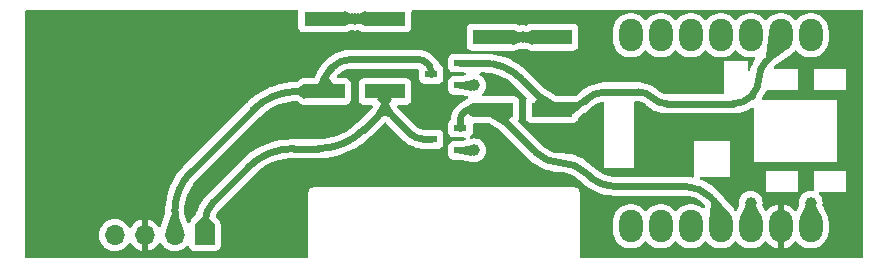
<source format=gbr>
%TF.GenerationSoftware,KiCad,Pcbnew,8.0.5-8.0.5-0~ubuntu22.04.1*%
%TF.CreationDate,2024-09-17T07:51:36-05:00*%
%TF.ProjectId,cheating-calc,63686561-7469-46e6-972d-63616c632e6b,rev?*%
%TF.SameCoordinates,Original*%
%TF.FileFunction,Copper,L1,Top*%
%TF.FilePolarity,Positive*%
%FSLAX46Y46*%
G04 Gerber Fmt 4.6, Leading zero omitted, Abs format (unit mm)*
G04 Created by KiCad (PCBNEW 8.0.5-8.0.5-0~ubuntu22.04.1) date 2024-09-17 07:51:36*
%MOMM*%
%LPD*%
G01*
G04 APERTURE LIST*
G04 Aperture macros list*
%AMRoundRect*
0 Rectangle with rounded corners*
0 $1 Rounding radius*
0 $2 $3 $4 $5 $6 $7 $8 $9 X,Y pos of 4 corners*
0 Add a 4 corners polygon primitive as box body*
4,1,4,$2,$3,$4,$5,$6,$7,$8,$9,$2,$3,0*
0 Add four circle primitives for the rounded corners*
1,1,$1+$1,$2,$3*
1,1,$1+$1,$4,$5*
1,1,$1+$1,$6,$7*
1,1,$1+$1,$8,$9*
0 Add four rect primitives between the rounded corners*
20,1,$1+$1,$2,$3,$4,$5,0*
20,1,$1+$1,$4,$5,$6,$7,0*
20,1,$1+$1,$6,$7,$8,$9,0*
20,1,$1+$1,$8,$9,$2,$3,0*%
G04 Aperture macros list end*
%TA.AperFunction,SMDPad,CuDef*%
%ADD10R,1.070000X0.600000*%
%TD*%
%TA.AperFunction,ComponentPad*%
%ADD11R,1.700000X1.700000*%
%TD*%
%TA.AperFunction,ComponentPad*%
%ADD12O,1.700000X1.700000*%
%TD*%
%TA.AperFunction,SMDPad,CuDef*%
%ADD13R,3.460000X1.280000*%
%TD*%
%TA.AperFunction,SMDPad,CuDef*%
%ADD14RoundRect,1.000000X-0.000010X0.375000X-0.000010X-0.375000X0.000010X-0.375000X0.000010X0.375000X0*%
%TD*%
%TA.AperFunction,ViaPad*%
%ADD15C,1.000000*%
%TD*%
%TA.AperFunction,Conductor*%
%ADD16C,0.600000*%
%TD*%
G04 APERTURE END LIST*
D10*
%TO.P,Q1,1,G*%
%TO.N,+3.3V*%
X122740000Y-58950000D03*
%TO.P,Q1,2,S*%
%TO.N,TIP_GPIO*%
X122740000Y-57050000D03*
%TO.P,Q1,3,D*%
%TO.N,TIP*%
X120260000Y-58000000D03*
%TD*%
D11*
%TO.P,J1,1,Pin_1*%
%TO.N,RING*%
X101092000Y-71628000D03*
D12*
%TO.P,J1,2,Pin_2*%
%TO.N,TIP*%
X98552000Y-71628000D03*
%TO.P,J1,3,Pin_3*%
%TO.N,GND*%
X96012000Y-71628000D03*
%TO.P,J1,4,Pin_4*%
%TO.N,+5V*%
X93472000Y-71628000D03*
%TD*%
D13*
%TO.P,R4,1,1*%
%TO.N,RING_GPIO*%
X125500000Y-61000000D03*
%TO.P,R4,2,2*%
%TO.N,+3.3V*%
X125500000Y-54860000D03*
%TD*%
%TO.P,R2,1,1*%
%TO.N,RING*%
X116350000Y-59450000D03*
%TO.P,R2,2,2*%
%TO.N,+5V*%
X116350000Y-53310000D03*
%TD*%
D14*
%TO.P,U1,1,PA02_A0_D0*%
%TO.N,unconnected-(U1-PA02_A0_D0-Pad1)*%
X152400000Y-54701000D03*
%TO.P,U1,2,PA4_A1_D1*%
%TO.N,TIP_GPIO*%
X149860000Y-54701000D03*
%TO.P,U1,3,PA10_A2_D2*%
%TO.N,unconnected-(U1-PA10_A2_D2-Pad3)*%
X147320000Y-54701000D03*
%TO.P,U1,4,PA11_A3_D3*%
%TO.N,unconnected-(U1-PA11_A3_D3-Pad4)*%
X144780000Y-54701000D03*
%TO.P,U1,5,PA8_A4_D4_SDA*%
%TO.N,unconnected-(U1-PA8_A4_D4_SDA-Pad5)*%
X142240000Y-54701000D03*
%TO.P,U1,6,PA9_A5_D5_SCL*%
%TO.N,unconnected-(U1-PA9_A5_D5_SCL-Pad6)*%
X139700000Y-54701000D03*
%TO.P,U1,7,PB08_A6_D6_TX*%
%TO.N,unconnected-(U1-PB08_A6_D6_TX-Pad7)*%
X137160000Y-54701000D03*
%TO.P,U1,8,PB09_A7_D7_RX*%
%TO.N,unconnected-(U1-PB09_A7_D7_RX-Pad8)*%
X137160000Y-70866000D03*
%TO.P,U1,9,PA7_A8_D8_SCK*%
%TO.N,unconnected-(U1-PA7_A8_D8_SCK-Pad9)*%
X139700000Y-70866000D03*
%TO.P,U1,10,PA5_A9_D9_MISO*%
%TO.N,unconnected-(U1-PA5_A9_D9_MISO-Pad10)*%
X142240000Y-70866000D03*
%TO.P,U1,11,PA6_A10_D10_MOSI*%
%TO.N,RING_GPIO*%
X144780000Y-70866000D03*
%TO.P,U1,12,3V3*%
%TO.N,+3.3V*%
X147320000Y-70866000D03*
%TO.P,U1,13,GND*%
%TO.N,GND*%
X149860000Y-70866000D03*
%TO.P,U1,14,5V*%
%TO.N,+5V*%
X152400000Y-70866000D03*
%TD*%
D13*
%TO.P,R3,1,1*%
%TO.N,TIP_GPIO*%
X130500000Y-61000000D03*
%TO.P,R3,2,2*%
%TO.N,+3.3V*%
X130500000Y-54860000D03*
%TD*%
D10*
%TO.P,Q2,1,G*%
%TO.N,+3.3V*%
X122740000Y-64450000D03*
%TO.P,Q2,2,S*%
%TO.N,RING_GPIO*%
X122740000Y-62550000D03*
%TO.P,Q2,3,D*%
%TO.N,RING*%
X120260000Y-63500000D03*
%TD*%
D13*
%TO.P,R1,1,1*%
%TO.N,TIP*%
X111250000Y-59450000D03*
%TO.P,R1,2,2*%
%TO.N,+5V*%
X111250000Y-53310000D03*
%TD*%
D15*
%TO.N,+5V*%
X113800000Y-53300000D03*
X152400000Y-68890000D03*
%TO.N,+3.3V*%
X147320000Y-68890000D03*
X123900000Y-58950000D03*
X128000000Y-54860000D03*
X123900000Y-64450000D03*
%TD*%
D16*
%TO.N,+5V*%
X113800000Y-53300000D02*
X116340000Y-53300000D01*
X113800000Y-53300000D02*
X111260000Y-53300000D01*
%TO.N,RING*%
X101092000Y-70593000D02*
X101092000Y-71628000D01*
X116862652Y-61412652D02*
X118486845Y-63036845D01*
X101823855Y-68826144D02*
X104756207Y-65893792D01*
X115837347Y-61412652D02*
X114543792Y-62706207D01*
X116350000Y-60175000D02*
X116350000Y-59450000D01*
X110696036Y-64300000D02*
X108603963Y-64300000D01*
X119605000Y-63500000D02*
X120260000Y-63500000D01*
X114543792Y-62706207D02*
G75*
G02*
X110696036Y-64300010I-3847792J3847807D01*
G01*
X108603963Y-64300000D02*
G75*
G03*
X104756236Y-65893821I37J-5441500D01*
G01*
X118486845Y-63036845D02*
G75*
G03*
X119605000Y-63500003I1118155J1118145D01*
G01*
X101823855Y-68826144D02*
G75*
G03*
X101091996Y-70593000I1766845J-1766856D01*
G01*
X116350000Y-60175000D02*
G75*
G03*
X116862653Y-61412651I1750300J0D01*
G01*
X116862652Y-61412652D02*
G75*
G03*
X115837346Y-61412651I-512653J-512651D01*
G01*
X115837347Y-61412652D02*
G75*
G03*
X116350001Y-60175000I-1237647J1237652D01*
G01*
%TO.N,TIP*%
X113469238Y-56750000D02*
X119133309Y-56750000D01*
X120260000Y-57705000D02*
X120260000Y-58000000D01*
X111250000Y-59450000D02*
X111250000Y-58750000D01*
X99959142Y-66240857D02*
X105159009Y-61040990D01*
X119930000Y-57080000D02*
X120051403Y-57201403D01*
X98552000Y-69638000D02*
X98552000Y-71628000D01*
X109000000Y-59450000D02*
X111250000Y-59450000D01*
X111744974Y-57555025D02*
X111900000Y-57400000D01*
X99959142Y-66240857D02*
G75*
G03*
X98552004Y-69638000I3397158J-3397143D01*
G01*
X120051403Y-57201403D02*
G75*
G02*
X120259998Y-57705000I-503603J-503597D01*
G01*
X113469238Y-56750000D02*
G75*
G03*
X111899989Y-57399989I-38J-2219200D01*
G01*
X111744974Y-57555025D02*
G75*
G03*
X111249985Y-58750000I1194926J-1194975D01*
G01*
X119930000Y-57080000D02*
G75*
G03*
X119133309Y-56749996I-796700J-796700D01*
G01*
X109000000Y-59450000D02*
G75*
G03*
X105159005Y-61040986I0J-5432000D01*
G01*
%TO.N,RING_GPIO*%
X144780000Y-70073000D02*
X144780000Y-70866000D01*
X135914213Y-67500000D02*
X141741349Y-67500000D01*
X122740000Y-61870624D02*
X122740000Y-62550000D01*
X133500000Y-66500000D02*
X133383883Y-66383883D01*
X144219264Y-68719264D02*
X143890000Y-68390000D01*
X123610624Y-61000000D02*
X125500000Y-61000000D01*
X129116116Y-64616116D02*
X125500000Y-61000000D01*
X133383883Y-66383883D02*
G75*
G03*
X131250000Y-65500010I-2133883J-2133917D01*
G01*
X133500000Y-66500000D02*
G75*
G03*
X135914213Y-67499994I2414200J2414200D01*
G01*
X143890000Y-68390000D02*
G75*
G03*
X141741349Y-67500021I-2148600J-2148600D01*
G01*
X144219264Y-68719264D02*
G75*
G02*
X144779992Y-70073000I-1353764J-1353736D01*
G01*
X123610624Y-61000000D02*
G75*
G03*
X122994993Y-61254993I-24J-870600D01*
G01*
X129116116Y-64616116D02*
G75*
G03*
X131250000Y-65499990I2133884J2133916D01*
G01*
X122995000Y-61255000D02*
G75*
G03*
X122740010Y-61870624I615600J-615600D01*
G01*
%TO.N,TIP_GPIO*%
X129792893Y-60292893D02*
X127897038Y-58397038D01*
X149860000Y-55170500D02*
X149860000Y-54701000D01*
X145847789Y-60500000D02*
X140207106Y-60500000D01*
X147369631Y-59869631D02*
X147385077Y-59854186D01*
X137792893Y-59500000D02*
X135060660Y-59500000D01*
X133249999Y-60249999D02*
X133207106Y-60292893D01*
X124645000Y-57050000D02*
X122740000Y-57050000D01*
X149528013Y-55971986D02*
X148614922Y-56885077D01*
X129792893Y-60292893D02*
G75*
G03*
X131500000Y-61000004I1707107J1707093D01*
G01*
X133207106Y-60292893D02*
G75*
G02*
X131500000Y-61000003I-1707106J1707093D01*
G01*
X139000000Y-60000000D02*
G75*
G03*
X140207106Y-60499997I1207100J1207100D01*
G01*
X148614922Y-56885077D02*
G75*
G03*
X148000029Y-58369632I1484578J-1484523D01*
G01*
X147369631Y-59869631D02*
G75*
G02*
X145847789Y-60499994I-1521831J1521831D01*
G01*
X139000000Y-60000000D02*
G75*
G03*
X137792893Y-59500003I-1207100J-1207100D01*
G01*
X127897038Y-58397038D02*
G75*
G03*
X124645000Y-57050007I-3252038J-3252062D01*
G01*
X149860000Y-55170500D02*
G75*
G02*
X149528019Y-55971992I-1133500J0D01*
G01*
X148000000Y-58369632D02*
G75*
G02*
X147385066Y-59854175I-2099500J32D01*
G01*
X135060660Y-59500000D02*
G75*
G03*
X133250012Y-60250012I40J-2560700D01*
G01*
%TO.N,+5V*%
X116340000Y-53000000D02*
X116350000Y-53010000D01*
X152400000Y-68890000D02*
X152400000Y-70866000D01*
X111260000Y-53000000D02*
X111250000Y-53010000D01*
%TO.N,+3.3V*%
X147320000Y-68890000D02*
X147320000Y-70866000D01*
X123900000Y-64450000D02*
X122740000Y-64450000D01*
X123900000Y-58950000D02*
X122740000Y-58950000D01*
X128000000Y-54860000D02*
X130500000Y-54860000D01*
X128000000Y-54860000D02*
X125500000Y-54860000D01*
%TD*%
%TA.AperFunction,Conductor*%
%TO.N,GND*%
G36*
X108962539Y-52590185D02*
G01*
X109008294Y-52642989D01*
X109019500Y-52694500D01*
X109019500Y-53997870D01*
X109019501Y-53997876D01*
X109025908Y-54057483D01*
X109076202Y-54192328D01*
X109076206Y-54192335D01*
X109162452Y-54307544D01*
X109162455Y-54307547D01*
X109277664Y-54393793D01*
X109277671Y-54393797D01*
X109412517Y-54444091D01*
X109412516Y-54444091D01*
X109419444Y-54444835D01*
X109472127Y-54450500D01*
X113027872Y-54450499D01*
X113087483Y-54444091D01*
X113222331Y-54393796D01*
X113249753Y-54373266D01*
X113265522Y-54363222D01*
X113434586Y-54272693D01*
X113502976Y-54258400D01*
X113529115Y-54263348D01*
X113603868Y-54286024D01*
X113800000Y-54305341D01*
X113996132Y-54286024D01*
X114070883Y-54263347D01*
X114140746Y-54262723D01*
X114165411Y-54272692D01*
X114230500Y-54307546D01*
X114334471Y-54363219D01*
X114350246Y-54373267D01*
X114377669Y-54393796D01*
X114512517Y-54444091D01*
X114572127Y-54450500D01*
X118127872Y-54450499D01*
X118187483Y-54444091D01*
X118322331Y-54393796D01*
X118437546Y-54307546D01*
X118523796Y-54192331D01*
X118531329Y-54172135D01*
X123269500Y-54172135D01*
X123269500Y-55547870D01*
X123269501Y-55547876D01*
X123275908Y-55607483D01*
X123326202Y-55742328D01*
X123326206Y-55742335D01*
X123412452Y-55857544D01*
X123412455Y-55857547D01*
X123527664Y-55943793D01*
X123527671Y-55943797D01*
X123662517Y-55994091D01*
X123662516Y-55994091D01*
X123669444Y-55994835D01*
X123722127Y-56000500D01*
X127248136Y-56000499D01*
X127253968Y-56000636D01*
X127259511Y-56000896D01*
X127274035Y-56001581D01*
X127274036Y-56001580D01*
X127274040Y-56001581D01*
X127278678Y-56001135D01*
X127282949Y-56000725D01*
X127298386Y-55998403D01*
X127303536Y-55997739D01*
X127337483Y-55994091D01*
X127472331Y-55943796D01*
X127472334Y-55943793D01*
X127480123Y-55939539D01*
X127480189Y-55939661D01*
X127481404Y-55938845D01*
X127664632Y-55841505D01*
X127733067Y-55827437D01*
X127758792Y-55832350D01*
X127803868Y-55846024D01*
X128000000Y-55865341D01*
X128196132Y-55846024D01*
X128241197Y-55832352D01*
X128311063Y-55831728D01*
X128335369Y-55841507D01*
X128444299Y-55899376D01*
X128518622Y-55938860D01*
X128519819Y-55939629D01*
X128519868Y-55939541D01*
X128527666Y-55943793D01*
X128527669Y-55943796D01*
X128527672Y-55943797D01*
X128531671Y-55945978D01*
X128535061Y-55947473D01*
X128540516Y-55950277D01*
X128540526Y-55950282D01*
X128541113Y-55950574D01*
X128589705Y-55970693D01*
X128604971Y-55977014D01*
X128617367Y-55979286D01*
X128638328Y-55985069D01*
X128662517Y-55994091D01*
X128678629Y-55995823D01*
X128722115Y-56000499D01*
X128722120Y-56000499D01*
X128722127Y-56000500D01*
X128722133Y-56000499D01*
X128725436Y-56000677D01*
X128725427Y-56000833D01*
X128744173Y-56002536D01*
X128746492Y-56002962D01*
X128755440Y-56003307D01*
X128809537Y-56002495D01*
X128809539Y-56002494D01*
X128815587Y-56001807D01*
X128815635Y-56002234D01*
X128831994Y-56000499D01*
X132277871Y-56000499D01*
X132277872Y-56000499D01*
X132337483Y-55994091D01*
X132472331Y-55943796D01*
X132587546Y-55857546D01*
X132673796Y-55742331D01*
X132724091Y-55607483D01*
X132730500Y-55547873D01*
X132730499Y-54172128D01*
X132724091Y-54112517D01*
X132703564Y-54057482D01*
X132673797Y-53977671D01*
X132673793Y-53977664D01*
X132587547Y-53862455D01*
X132587544Y-53862452D01*
X132472335Y-53776206D01*
X132472328Y-53776202D01*
X132337482Y-53725908D01*
X132337483Y-53725908D01*
X132277883Y-53719501D01*
X132277881Y-53719500D01*
X132277873Y-53719500D01*
X132277865Y-53719500D01*
X128751981Y-53719500D01*
X128746140Y-53719362D01*
X128744803Y-53719299D01*
X128726013Y-53718412D01*
X128717125Y-53719265D01*
X128717078Y-53719270D01*
X128701606Y-53721596D01*
X128696436Y-53722262D01*
X128662516Y-53725908D01*
X128527666Y-53776204D01*
X128519908Y-53780436D01*
X128519868Y-53780363D01*
X128518666Y-53781113D01*
X128335367Y-53878491D01*
X128266929Y-53892560D01*
X128241198Y-53887646D01*
X128196130Y-53873975D01*
X128196131Y-53873975D01*
X128000000Y-53854659D01*
X127803870Y-53873975D01*
X127758798Y-53887647D01*
X127688931Y-53888268D01*
X127664631Y-53878492D01*
X127481414Y-53781158D01*
X127480179Y-53780373D01*
X127480129Y-53780466D01*
X127472334Y-53776206D01*
X127472331Y-53776204D01*
X127472327Y-53776202D01*
X127468443Y-53774080D01*
X127465019Y-53772568D01*
X127459163Y-53769562D01*
X127458583Y-53769275D01*
X127458569Y-53769268D01*
X127395032Y-53742987D01*
X127395029Y-53742986D01*
X127395021Y-53742984D01*
X127382636Y-53740713D01*
X127361671Y-53734930D01*
X127337481Y-53725908D01*
X127337483Y-53725908D01*
X127277883Y-53719501D01*
X127277881Y-53719500D01*
X127277873Y-53719500D01*
X127277864Y-53719500D01*
X127274548Y-53719322D01*
X127274556Y-53719167D01*
X127255859Y-53717467D01*
X127253511Y-53717037D01*
X127251708Y-53716967D01*
X127244551Y-53716691D01*
X127190461Y-53717503D01*
X127184415Y-53718191D01*
X127184366Y-53717765D01*
X127168008Y-53719500D01*
X123722129Y-53719500D01*
X123722123Y-53719501D01*
X123662516Y-53725908D01*
X123527671Y-53776202D01*
X123527664Y-53776206D01*
X123412455Y-53862452D01*
X123412452Y-53862455D01*
X123326206Y-53977664D01*
X123326202Y-53977671D01*
X123275908Y-54112517D01*
X123269501Y-54172116D01*
X123269501Y-54172123D01*
X123269500Y-54172135D01*
X118531329Y-54172135D01*
X118574091Y-54057483D01*
X118580500Y-53997873D01*
X118580499Y-52694499D01*
X118600184Y-52627461D01*
X118652987Y-52581706D01*
X118704499Y-52570500D01*
X132278325Y-52570500D01*
X156719763Y-52570500D01*
X156786802Y-52590185D01*
X156832557Y-52642989D01*
X156843763Y-52694500D01*
X156843763Y-73445704D01*
X156824078Y-73512743D01*
X156771274Y-73558498D01*
X156719763Y-73569704D01*
X132968733Y-73569704D01*
X132901694Y-73550019D01*
X132855939Y-73497215D01*
X132844733Y-73445704D01*
X132844733Y-68004161D01*
X132844733Y-68004159D01*
X132810625Y-67876865D01*
X132744733Y-67762737D01*
X132651547Y-67669551D01*
X132585717Y-67631544D01*
X132537420Y-67603659D01*
X132473772Y-67586605D01*
X132410125Y-67569551D01*
X110409913Y-67569551D01*
X110278129Y-67569551D01*
X110150833Y-67603659D01*
X110036707Y-67669551D01*
X110036704Y-67669553D01*
X109943523Y-67762734D01*
X109943521Y-67762737D01*
X109877629Y-67876863D01*
X109843521Y-68004159D01*
X109843521Y-73445704D01*
X109823836Y-73512743D01*
X109771032Y-73558498D01*
X109719521Y-73569704D01*
X85968500Y-73569704D01*
X85901461Y-73550019D01*
X85855706Y-73497215D01*
X85844500Y-73445704D01*
X85844500Y-71627999D01*
X92116341Y-71627999D01*
X92116341Y-71628000D01*
X92136936Y-71863403D01*
X92136938Y-71863413D01*
X92198094Y-72091655D01*
X92198096Y-72091659D01*
X92198097Y-72091663D01*
X92277801Y-72262588D01*
X92297965Y-72305830D01*
X92297967Y-72305834D01*
X92406281Y-72460521D01*
X92433505Y-72499401D01*
X92600599Y-72666495D01*
X92678723Y-72721198D01*
X92794165Y-72802032D01*
X92794167Y-72802033D01*
X92794170Y-72802035D01*
X93008337Y-72901903D01*
X93236592Y-72963063D01*
X93413034Y-72978500D01*
X93471999Y-72983659D01*
X93472000Y-72983659D01*
X93472001Y-72983659D01*
X93530966Y-72978500D01*
X93707408Y-72963063D01*
X93935663Y-72901903D01*
X94149830Y-72802035D01*
X94343401Y-72666495D01*
X94510495Y-72499401D01*
X94640730Y-72313405D01*
X94695307Y-72269781D01*
X94764805Y-72262587D01*
X94827160Y-72294110D01*
X94843879Y-72313405D01*
X94973890Y-72499078D01*
X95140917Y-72666105D01*
X95334421Y-72801600D01*
X95548507Y-72901429D01*
X95548516Y-72901433D01*
X95762000Y-72958634D01*
X95762000Y-72061012D01*
X95819007Y-72093925D01*
X95946174Y-72128000D01*
X96077826Y-72128000D01*
X96204993Y-72093925D01*
X96262000Y-72061012D01*
X96262000Y-72958633D01*
X96475483Y-72901433D01*
X96475492Y-72901429D01*
X96689578Y-72801600D01*
X96883082Y-72666105D01*
X97050105Y-72499082D01*
X97180119Y-72313405D01*
X97234696Y-72269781D01*
X97304195Y-72262588D01*
X97366549Y-72294110D01*
X97383269Y-72313405D01*
X97513505Y-72499401D01*
X97680599Y-72666495D01*
X97758723Y-72721198D01*
X97874165Y-72802032D01*
X97874167Y-72802033D01*
X97874170Y-72802035D01*
X98088337Y-72901903D01*
X98316592Y-72963063D01*
X98493034Y-72978500D01*
X98551999Y-72983659D01*
X98552000Y-72983659D01*
X98552001Y-72983659D01*
X98610966Y-72978500D01*
X98787408Y-72963063D01*
X99015663Y-72901903D01*
X99229830Y-72802035D01*
X99423401Y-72666495D01*
X99545329Y-72544566D01*
X99606648Y-72511084D01*
X99676340Y-72516068D01*
X99732274Y-72557939D01*
X99749189Y-72588917D01*
X99798202Y-72720328D01*
X99798206Y-72720335D01*
X99884452Y-72835544D01*
X99884455Y-72835547D01*
X99999664Y-72921793D01*
X99999671Y-72921797D01*
X100134517Y-72972091D01*
X100134516Y-72972091D01*
X100141444Y-72972835D01*
X100194127Y-72978500D01*
X101989872Y-72978499D01*
X102049483Y-72972091D01*
X102184331Y-72921796D01*
X102299546Y-72835546D01*
X102385796Y-72720331D01*
X102436091Y-72585483D01*
X102442500Y-72525873D01*
X102442499Y-70774136D01*
X102443044Y-70764428D01*
X102442722Y-70753919D01*
X102442911Y-70753913D01*
X102442499Y-70749174D01*
X102442499Y-70730129D01*
X102442498Y-70730123D01*
X102436091Y-70670518D01*
X102421634Y-70631757D01*
X102419614Y-70625248D01*
X102419538Y-70625274D01*
X102415373Y-70612548D01*
X102393610Y-70556409D01*
X102393653Y-70556392D01*
X102392788Y-70554414D01*
X102385798Y-70535672D01*
X102385796Y-70535670D01*
X102385796Y-70535669D01*
X102343732Y-70479479D01*
X102338359Y-70471700D01*
X102318634Y-70440665D01*
X102318633Y-70440663D01*
X102030957Y-70105285D01*
X102002251Y-70041584D01*
X102007657Y-69984694D01*
X102019158Y-69950813D01*
X102025361Y-69935840D01*
X102116425Y-69751180D01*
X102124528Y-69737145D01*
X102238922Y-69565944D01*
X102248779Y-69553098D01*
X102387278Y-69395171D01*
X102392797Y-69389279D01*
X102449385Y-69332692D01*
X105252549Y-66529526D01*
X105252554Y-66529523D01*
X105262758Y-66519318D01*
X105262760Y-66519318D01*
X105320357Y-66461719D01*
X105324208Y-66458033D01*
X105616780Y-66189934D01*
X105625038Y-66183004D01*
X105937695Y-65943089D01*
X105946520Y-65936910D01*
X106278885Y-65725165D01*
X106288227Y-65719772D01*
X106637793Y-65537795D01*
X106647555Y-65533242D01*
X107011637Y-65382432D01*
X107021779Y-65378740D01*
X107397630Y-65260230D01*
X107408042Y-65257440D01*
X107792788Y-65172141D01*
X107803415Y-65170268D01*
X108194126Y-65118826D01*
X108204859Y-65117887D01*
X108577032Y-65101636D01*
X108600351Y-65100618D01*
X108605760Y-65100500D01*
X110611905Y-65100500D01*
X110644669Y-65100500D01*
X110644703Y-65100509D01*
X110696041Y-65100509D01*
X110696041Y-65100510D01*
X110918976Y-65100509D01*
X111363710Y-65068698D01*
X111805042Y-65005242D01*
X112240722Y-64910464D01*
X112668531Y-64784846D01*
X113086289Y-64629029D01*
X113491866Y-64443807D01*
X113883197Y-64230124D01*
X114258287Y-63989068D01*
X114260268Y-63987584D01*
X114615216Y-63721875D01*
X114643391Y-63697461D01*
X114952191Y-63429886D01*
X115109830Y-63272247D01*
X115169323Y-63212754D01*
X116262318Y-62119757D01*
X116323641Y-62086273D01*
X116393333Y-62091257D01*
X116437680Y-62119758D01*
X117981660Y-63663739D01*
X117981712Y-63663786D01*
X118007437Y-63689511D01*
X118015388Y-63697462D01*
X118224542Y-63864259D01*
X118394326Y-63970942D01*
X118451047Y-64006583D01*
X118451051Y-64006586D01*
X118451056Y-64006588D01*
X118451057Y-64006589D01*
X118692083Y-64122662D01*
X118881726Y-64189020D01*
X118944579Y-64211014D01*
X118944591Y-64211018D01*
X119205403Y-64270547D01*
X119471236Y-64300499D01*
X119471237Y-64300500D01*
X119471240Y-64300500D01*
X120353276Y-64300500D01*
X120353284Y-64300499D01*
X120842871Y-64300499D01*
X120842872Y-64300499D01*
X120902483Y-64294091D01*
X121037331Y-64243796D01*
X121152546Y-64157546D01*
X121238796Y-64042331D01*
X121289091Y-63907483D01*
X121295500Y-63847873D01*
X121295499Y-63152128D01*
X121289091Y-63092517D01*
X121238796Y-62957669D01*
X121238795Y-62957668D01*
X121238793Y-62957664D01*
X121152547Y-62842455D01*
X121152544Y-62842452D01*
X121037335Y-62756206D01*
X121037328Y-62756202D01*
X120902482Y-62705908D01*
X120902483Y-62705908D01*
X120842883Y-62699501D01*
X120842881Y-62699500D01*
X120842873Y-62699500D01*
X120842865Y-62699500D01*
X119611093Y-62699500D01*
X119598939Y-62698903D01*
X119589493Y-62697972D01*
X119464824Y-62685693D01*
X119440984Y-62680951D01*
X119422233Y-62675263D01*
X119317879Y-62643607D01*
X119295433Y-62634309D01*
X119181980Y-62573667D01*
X119161769Y-62560162D01*
X119057572Y-62474650D01*
X119048556Y-62466478D01*
X117432138Y-60850060D01*
X117425528Y-60842910D01*
X117384635Y-60795030D01*
X117356065Y-60731269D01*
X117366503Y-60662183D01*
X117412634Y-60609707D01*
X117478926Y-60590499D01*
X118127871Y-60590499D01*
X118127872Y-60590499D01*
X118187483Y-60584091D01*
X118322331Y-60533796D01*
X118437546Y-60447546D01*
X118523796Y-60332331D01*
X118574091Y-60197483D01*
X118580500Y-60137873D01*
X118580499Y-58762128D01*
X118574091Y-58702517D01*
X118572965Y-58699499D01*
X118523797Y-58567671D01*
X118523793Y-58567664D01*
X118437547Y-58452455D01*
X118437544Y-58452452D01*
X118322335Y-58366206D01*
X118322328Y-58366202D01*
X118187482Y-58315908D01*
X118187483Y-58315908D01*
X118127883Y-58309501D01*
X118127881Y-58309500D01*
X118127873Y-58309500D01*
X118127864Y-58309500D01*
X114572129Y-58309500D01*
X114572123Y-58309501D01*
X114512516Y-58315908D01*
X114377671Y-58366202D01*
X114377664Y-58366206D01*
X114262455Y-58452452D01*
X114262452Y-58452455D01*
X114176206Y-58567664D01*
X114176202Y-58567671D01*
X114125908Y-58702517D01*
X114119501Y-58762116D01*
X114119501Y-58762123D01*
X114119500Y-58762135D01*
X114119500Y-60137870D01*
X114119501Y-60137876D01*
X114125908Y-60197483D01*
X114176202Y-60332328D01*
X114176206Y-60332335D01*
X114262452Y-60447544D01*
X114262455Y-60447547D01*
X114377664Y-60533793D01*
X114377671Y-60533797D01*
X114512517Y-60584091D01*
X114512516Y-60584091D01*
X114519444Y-60584835D01*
X114572127Y-60590500D01*
X115221072Y-60590499D01*
X115288111Y-60610183D01*
X115333866Y-60662987D01*
X115343810Y-60732146D01*
X115315362Y-60795031D01*
X115274464Y-60842916D01*
X115267855Y-60850065D01*
X114574007Y-61543914D01*
X114006004Y-62111917D01*
X113983830Y-62134091D01*
X113979677Y-62138244D01*
X113975770Y-62141984D01*
X113683231Y-62410045D01*
X113674944Y-62416998D01*
X113362321Y-62656882D01*
X113353460Y-62663086D01*
X113021128Y-62874806D01*
X113011760Y-62880215D01*
X112662231Y-63062168D01*
X112652427Y-63066740D01*
X112288368Y-63217539D01*
X112278203Y-63221239D01*
X111902390Y-63339734D01*
X111891941Y-63342534D01*
X111507222Y-63427826D01*
X111496569Y-63429704D01*
X111105895Y-63481140D01*
X111095119Y-63482083D01*
X110698962Y-63499382D01*
X110693552Y-63499500D01*
X108655360Y-63499500D01*
X108655223Y-63499460D01*
X108381020Y-63499460D01*
X107936284Y-63531273D01*
X107494945Y-63594730D01*
X107059267Y-63689511D01*
X107059251Y-63689515D01*
X106631467Y-63815128D01*
X106631431Y-63815140D01*
X106213720Y-63970942D01*
X106213701Y-63970950D01*
X106213700Y-63970951D01*
X105808122Y-64156177D01*
X105808118Y-64156179D01*
X105808114Y-64156181D01*
X105416787Y-64369867D01*
X105041708Y-64610920D01*
X105041692Y-64610931D01*
X104684766Y-64878128D01*
X104347812Y-65170107D01*
X104347784Y-65170133D01*
X104245917Y-65272003D01*
X101198743Y-68319177D01*
X101198694Y-68319230D01*
X101143216Y-68374707D01*
X100937571Y-68625286D01*
X100937561Y-68625300D01*
X100757477Y-68894814D01*
X100757471Y-68894824D01*
X100604664Y-69180703D01*
X100480614Y-69480182D01*
X100386513Y-69790393D01*
X100385959Y-69793178D01*
X100361505Y-69846014D01*
X99947430Y-70368191D01*
X99924584Y-70390411D01*
X99884455Y-70420452D01*
X99884453Y-70420454D01*
X99804263Y-70527573D01*
X99748328Y-70569444D01*
X99678637Y-70574427D01*
X99617314Y-70540941D01*
X99588070Y-70494540D01*
X99359572Y-69847264D01*
X99352500Y-69805988D01*
X99352500Y-69640706D01*
X99352618Y-69635297D01*
X99355548Y-69568188D01*
X99367501Y-69294429D01*
X99368439Y-69283700D01*
X99412621Y-68948099D01*
X99414491Y-68937492D01*
X99487758Y-68607003D01*
X99490548Y-68596594D01*
X99592334Y-68273770D01*
X99596021Y-68263638D01*
X99725558Y-67950908D01*
X99730116Y-67941134D01*
X99886408Y-67640900D01*
X99891803Y-67631554D01*
X100073675Y-67346070D01*
X100079865Y-67337231D01*
X100285910Y-67068708D01*
X100292860Y-67060425D01*
X100320984Y-67029733D01*
X100523328Y-66808911D01*
X100527026Y-66805049D01*
X105723157Y-61608919D01*
X105726995Y-61605244D01*
X106018967Y-61337702D01*
X106027222Y-61330775D01*
X106339202Y-61091386D01*
X106348041Y-61085196D01*
X106679709Y-60873902D01*
X106689054Y-60868507D01*
X107037863Y-60686929D01*
X107047640Y-60682370D01*
X107410939Y-60531888D01*
X107421089Y-60528193D01*
X107796146Y-60409938D01*
X107806546Y-60407151D01*
X108190491Y-60322033D01*
X108201102Y-60320162D01*
X108590991Y-60268833D01*
X108601723Y-60267893D01*
X108813816Y-60258633D01*
X108881648Y-60275375D01*
X108887349Y-60278907D01*
X109237262Y-60509073D01*
X109269786Y-60528755D01*
X109269805Y-60528765D01*
X109270556Y-60529220D01*
X109275943Y-60532854D01*
X109277667Y-60533794D01*
X109277669Y-60533796D01*
X109294707Y-60540150D01*
X109301383Y-60542865D01*
X109327382Y-60554332D01*
X109355600Y-60566778D01*
X109365507Y-60568594D01*
X109386479Y-60574379D01*
X109412517Y-60584091D01*
X109472115Y-60590499D01*
X109472118Y-60590499D01*
X109472127Y-60590500D01*
X109473688Y-60590499D01*
X109496091Y-60592536D01*
X109497122Y-60592726D01*
X109506070Y-60593071D01*
X109560169Y-60592259D01*
X109560170Y-60592258D01*
X109566220Y-60591571D01*
X109566282Y-60592117D01*
X109581527Y-60590499D01*
X113027871Y-60590499D01*
X113027872Y-60590499D01*
X113087483Y-60584091D01*
X113222331Y-60533796D01*
X113337546Y-60447546D01*
X113423796Y-60332331D01*
X113474091Y-60197483D01*
X113480500Y-60137873D01*
X113480499Y-58762128D01*
X113474091Y-58702517D01*
X113472965Y-58699499D01*
X113423797Y-58567671D01*
X113423793Y-58567664D01*
X113337547Y-58452455D01*
X113337544Y-58452452D01*
X113222335Y-58366206D01*
X113222328Y-58366202D01*
X113087482Y-58315908D01*
X113087483Y-58315908D01*
X113027883Y-58309501D01*
X113027881Y-58309500D01*
X113027873Y-58309500D01*
X113027865Y-58309500D01*
X112421940Y-58309500D01*
X112354901Y-58289815D01*
X112309146Y-58237011D01*
X112299202Y-58167853D01*
X112328227Y-58104297D01*
X112334260Y-58097818D01*
X112377553Y-58054525D01*
X112377564Y-58054511D01*
X112406543Y-58025533D01*
X112406546Y-58025532D01*
X112463177Y-57968900D01*
X112469058Y-57963393D01*
X112599463Y-57849030D01*
X112612307Y-57839175D01*
X112753115Y-57745090D01*
X112767153Y-57736987D01*
X112880725Y-57680980D01*
X112919019Y-57662095D01*
X112933987Y-57655895D01*
X113094342Y-57601463D01*
X113109995Y-57597269D01*
X113276082Y-57564234D01*
X113292148Y-57562120D01*
X113465439Y-57550764D01*
X113473545Y-57550500D01*
X113553360Y-57550501D01*
X113553365Y-57550500D01*
X119100500Y-57550500D01*
X119167539Y-57570185D01*
X119213294Y-57622989D01*
X119224500Y-57674500D01*
X119224500Y-58347870D01*
X119224501Y-58347876D01*
X119230908Y-58407483D01*
X119281202Y-58542328D01*
X119281206Y-58542335D01*
X119367452Y-58657544D01*
X119367455Y-58657547D01*
X119482664Y-58743793D01*
X119482671Y-58743797D01*
X119484878Y-58744620D01*
X119617517Y-58794091D01*
X119677127Y-58800500D01*
X120171155Y-58800499D01*
X120171169Y-58800500D01*
X120181158Y-58800500D01*
X120353276Y-58800500D01*
X120353284Y-58800499D01*
X120842871Y-58800499D01*
X120842872Y-58800499D01*
X120902483Y-58794091D01*
X121037331Y-58743796D01*
X121152546Y-58657546D01*
X121238796Y-58542331D01*
X121289091Y-58407483D01*
X121295500Y-58347873D01*
X121295499Y-57652128D01*
X121289091Y-57592517D01*
X121280871Y-57570479D01*
X121238797Y-57457671D01*
X121238793Y-57457664D01*
X121152547Y-57342455D01*
X121152544Y-57342452D01*
X121037335Y-57256206D01*
X121029546Y-57251953D01*
X121030960Y-57249362D01*
X120986915Y-57216396D01*
X120971620Y-57189539D01*
X120907410Y-57034520D01*
X120808264Y-56862793D01*
X120687552Y-56705476D01*
X120684203Y-56702127D01*
X121704500Y-56702127D01*
X121704500Y-56702134D01*
X121704500Y-56702135D01*
X121704500Y-57397870D01*
X121704501Y-57397876D01*
X121710908Y-57457483D01*
X121761202Y-57592328D01*
X121761206Y-57592335D01*
X121847452Y-57707544D01*
X121847455Y-57707547D01*
X121962664Y-57793793D01*
X121962671Y-57793797D01*
X122007618Y-57810561D01*
X122097517Y-57844091D01*
X122157127Y-57850500D01*
X122651155Y-57850499D01*
X122651169Y-57850500D01*
X122661158Y-57850500D01*
X123067291Y-57850500D01*
X123134330Y-57870185D01*
X123180085Y-57922989D01*
X123190029Y-57992147D01*
X123161004Y-58055703D01*
X123102226Y-58093477D01*
X123091639Y-58096086D01*
X122836966Y-58147086D01*
X122812618Y-58149500D01*
X122157129Y-58149500D01*
X122157123Y-58149501D01*
X122097516Y-58155908D01*
X121962671Y-58206202D01*
X121962664Y-58206206D01*
X121847455Y-58292452D01*
X121847452Y-58292455D01*
X121761206Y-58407664D01*
X121761202Y-58407671D01*
X121710910Y-58542513D01*
X121710909Y-58542517D01*
X121704500Y-58602127D01*
X121704500Y-58602134D01*
X121704500Y-58602135D01*
X121704500Y-59297870D01*
X121704501Y-59297876D01*
X121710908Y-59357483D01*
X121761202Y-59492328D01*
X121761206Y-59492335D01*
X121847452Y-59607544D01*
X121847455Y-59607547D01*
X121962664Y-59693793D01*
X121962671Y-59693797D01*
X121976938Y-59699118D01*
X122097517Y-59744091D01*
X122157127Y-59750500D01*
X122651155Y-59750499D01*
X122651169Y-59750500D01*
X122661158Y-59750500D01*
X122812622Y-59750500D01*
X122836969Y-59752913D01*
X123307200Y-59847080D01*
X123369068Y-59879545D01*
X123403564Y-59940305D01*
X123399734Y-60010070D01*
X123382115Y-60042980D01*
X123358924Y-60073957D01*
X123320575Y-60107649D01*
X122794775Y-60404196D01*
X122777687Y-60414279D01*
X122776988Y-60414710D01*
X122776973Y-60414720D01*
X122729229Y-60449124D01*
X122718737Y-60455908D01*
X122680210Y-60478151D01*
X122506416Y-60611507D01*
X122506407Y-60611515D01*
X122465287Y-60652635D01*
X122465258Y-60652650D01*
X122351499Y-60766408D01*
X122218143Y-60940204D01*
X122218140Y-60940208D01*
X122108610Y-61129925D01*
X122108609Y-61129927D01*
X122024778Y-61332322D01*
X121968086Y-61543914D01*
X121956113Y-61634876D01*
X121939497Y-61761113D01*
X121939497Y-61761117D01*
X121939497Y-61761118D01*
X121939497Y-61761480D01*
X121939465Y-61761586D01*
X121939231Y-61765166D01*
X121938430Y-61765113D01*
X121919812Y-61828519D01*
X121889809Y-61860746D01*
X121847457Y-61892450D01*
X121847451Y-61892457D01*
X121761206Y-62007664D01*
X121761202Y-62007671D01*
X121711048Y-62142143D01*
X121710909Y-62142517D01*
X121704500Y-62202127D01*
X121704500Y-62202134D01*
X121704500Y-62202135D01*
X121704500Y-62897870D01*
X121704501Y-62897876D01*
X121710908Y-62957483D01*
X121761202Y-63092328D01*
X121761206Y-63092335D01*
X121847452Y-63207544D01*
X121847455Y-63207547D01*
X121962664Y-63293793D01*
X121962671Y-63293797D01*
X122007618Y-63310561D01*
X122097517Y-63344091D01*
X122157127Y-63350500D01*
X122651155Y-63350499D01*
X122651169Y-63350500D01*
X122661158Y-63350500D01*
X122833276Y-63350500D01*
X122833284Y-63350499D01*
X123067296Y-63350499D01*
X123134335Y-63370184D01*
X123180090Y-63422988D01*
X123190034Y-63492146D01*
X123161009Y-63555702D01*
X123102231Y-63593476D01*
X123091644Y-63596085D01*
X122836966Y-63647086D01*
X122812618Y-63649500D01*
X122157129Y-63649500D01*
X122157123Y-63649501D01*
X122097516Y-63655908D01*
X121962671Y-63706202D01*
X121962664Y-63706206D01*
X121847455Y-63792452D01*
X121847452Y-63792455D01*
X121761206Y-63907664D01*
X121761202Y-63907671D01*
X121710910Y-64042513D01*
X121710909Y-64042517D01*
X121704500Y-64102127D01*
X121704500Y-64102134D01*
X121704500Y-64102135D01*
X121704500Y-64797870D01*
X121704501Y-64797876D01*
X121710908Y-64857483D01*
X121761202Y-64992328D01*
X121761206Y-64992335D01*
X121847452Y-65107544D01*
X121847455Y-65107547D01*
X121962664Y-65193793D01*
X121962671Y-65193797D01*
X122007618Y-65210561D01*
X122097517Y-65244091D01*
X122157127Y-65250500D01*
X122651155Y-65250499D01*
X122651169Y-65250500D01*
X122661158Y-65250500D01*
X122812622Y-65250500D01*
X122836969Y-65252913D01*
X123599989Y-65405714D01*
X123604242Y-65406547D01*
X123604249Y-65406547D01*
X123604998Y-65406694D01*
X123617156Y-65409720D01*
X123703868Y-65436024D01*
X123900000Y-65455341D01*
X124096132Y-65436024D01*
X124284727Y-65378814D01*
X124458538Y-65285910D01*
X124610883Y-65160883D01*
X124735910Y-65008538D01*
X124808491Y-64872749D01*
X124828811Y-64834733D01*
X124828811Y-64834732D01*
X124828814Y-64834727D01*
X124886024Y-64646132D01*
X124905341Y-64450000D01*
X124886024Y-64253868D01*
X124828814Y-64065273D01*
X124828811Y-64065269D01*
X124828811Y-64065266D01*
X124735913Y-63891467D01*
X124735909Y-63891460D01*
X124610883Y-63739116D01*
X124458539Y-63614090D01*
X124458532Y-63614086D01*
X124284733Y-63521188D01*
X124284727Y-63521186D01*
X124096132Y-63463976D01*
X124096129Y-63463975D01*
X123900000Y-63444659D01*
X123703870Y-63463975D01*
X123682934Y-63470326D01*
X123613067Y-63470947D01*
X123553955Y-63433697D01*
X123524366Y-63370402D01*
X123533694Y-63301158D01*
X123572630Y-63252398D01*
X123632546Y-63207546D01*
X123718796Y-63092331D01*
X123769091Y-62957483D01*
X123775500Y-62897873D01*
X123775499Y-62264498D01*
X123795183Y-62197460D01*
X123847987Y-62151705D01*
X123899499Y-62140499D01*
X125056882Y-62140499D01*
X125119114Y-62157246D01*
X126072481Y-62710436D01*
X126097928Y-62730006D01*
X128486247Y-65118324D01*
X128486256Y-65118334D01*
X128490587Y-65122665D01*
X128490588Y-65122666D01*
X128513755Y-65145833D01*
X128513772Y-65145864D01*
X128550074Y-65182165D01*
X128550074Y-65182166D01*
X128667956Y-65300047D01*
X128923371Y-65514362D01*
X129196492Y-65705601D01*
X129485241Y-65872308D01*
X129485249Y-65872311D01*
X129485259Y-65872317D01*
X129787407Y-66013210D01*
X129787418Y-66013214D01*
X129787421Y-66013216D01*
X130100732Y-66127250D01*
X130100733Y-66127250D01*
X130100738Y-66127252D01*
X130201913Y-66154361D01*
X130422789Y-66213545D01*
X130751142Y-66271441D01*
X131083289Y-66300499D01*
X131083290Y-66300500D01*
X131083291Y-66300500D01*
X131165864Y-66300500D01*
X131246519Y-66300500D01*
X131253472Y-66300695D01*
X131491316Y-66314052D01*
X131505112Y-66315606D01*
X131736524Y-66354924D01*
X131750080Y-66358018D01*
X131975632Y-66422998D01*
X131988757Y-66427591D01*
X132205602Y-66517410D01*
X132218131Y-66523443D01*
X132423574Y-66636986D01*
X132435337Y-66644377D01*
X132626781Y-66780212D01*
X132637644Y-66788875D01*
X132815136Y-66947490D01*
X132820191Y-66952269D01*
X132897638Y-67029716D01*
X132897647Y-67029733D01*
X132933957Y-67066043D01*
X133064078Y-67196164D01*
X133346011Y-67432733D01*
X133647490Y-67643831D01*
X133946211Y-67816297D01*
X133966213Y-67827845D01*
X133966228Y-67827853D01*
X134299779Y-67983390D01*
X134522993Y-68064632D01*
X134645617Y-68109263D01*
X134645618Y-68109263D01*
X134645623Y-68109265D01*
X134749709Y-68137154D01*
X135001114Y-68204517D01*
X135363560Y-68268425D01*
X135730195Y-68300499D01*
X135730196Y-68300500D01*
X141657222Y-68300500D01*
X141657227Y-68300501D01*
X141737884Y-68300500D01*
X141744834Y-68300695D01*
X141767579Y-68301971D01*
X141985016Y-68314179D01*
X141998811Y-68315733D01*
X142232536Y-68355442D01*
X142246083Y-68358533D01*
X142473892Y-68424162D01*
X142487005Y-68428750D01*
X142706027Y-68519470D01*
X142718548Y-68525499D01*
X142899127Y-68625300D01*
X142926033Y-68640170D01*
X142937807Y-68647568D01*
X143003064Y-68693870D01*
X143131157Y-68784756D01*
X143142011Y-68793412D01*
X143321117Y-68953469D01*
X143326152Y-68958230D01*
X143381829Y-69013907D01*
X143415314Y-69075230D01*
X143417458Y-69114650D01*
X143402550Y-69255391D01*
X143375913Y-69319984D01*
X143318584Y-69359922D01*
X143248762Y-69362525D01*
X143199099Y-69336951D01*
X143114902Y-69265640D01*
X143114898Y-69265638D01*
X143114894Y-69265634D01*
X142901273Y-69138344D01*
X142901271Y-69138343D01*
X142901269Y-69138342D01*
X142669625Y-69047953D01*
X142669615Y-69047950D01*
X142426238Y-68996919D01*
X142426235Y-68996918D01*
X142322850Y-68990500D01*
X142322842Y-68990500D01*
X142157158Y-68990500D01*
X142157149Y-68990500D01*
X142053764Y-68996918D01*
X142053761Y-68996919D01*
X141810384Y-69047950D01*
X141810374Y-69047953D01*
X141578730Y-69138342D01*
X141365097Y-69265639D01*
X141175350Y-69426348D01*
X141175348Y-69426350D01*
X141064622Y-69557084D01*
X141006273Y-69595519D01*
X140936408Y-69596306D01*
X140877208Y-69559197D01*
X140875378Y-69557084D01*
X140764651Y-69426350D01*
X140764649Y-69426348D01*
X140574902Y-69265639D01*
X140557704Y-69255391D01*
X140361273Y-69138344D01*
X140361271Y-69138343D01*
X140361269Y-69138342D01*
X140129625Y-69047953D01*
X140129615Y-69047950D01*
X139886238Y-68996919D01*
X139886235Y-68996918D01*
X139782850Y-68990500D01*
X139782842Y-68990500D01*
X139617158Y-68990500D01*
X139617149Y-68990500D01*
X139513764Y-68996918D01*
X139513761Y-68996919D01*
X139270384Y-69047950D01*
X139270374Y-69047953D01*
X139038730Y-69138342D01*
X138825097Y-69265639D01*
X138635350Y-69426348D01*
X138635348Y-69426350D01*
X138524622Y-69557084D01*
X138466273Y-69595519D01*
X138396408Y-69596306D01*
X138337208Y-69559197D01*
X138335378Y-69557084D01*
X138224651Y-69426350D01*
X138224649Y-69426348D01*
X138034902Y-69265639D01*
X138017704Y-69255391D01*
X137821273Y-69138344D01*
X137821271Y-69138343D01*
X137821269Y-69138342D01*
X137589625Y-69047953D01*
X137589615Y-69047950D01*
X137346238Y-68996919D01*
X137346235Y-68996918D01*
X137242850Y-68990500D01*
X137242842Y-68990500D01*
X137077158Y-68990500D01*
X137077149Y-68990500D01*
X136973764Y-68996918D01*
X136973761Y-68996919D01*
X136730384Y-69047950D01*
X136730374Y-69047953D01*
X136498730Y-69138342D01*
X136285097Y-69265639D01*
X136095350Y-69426348D01*
X136095348Y-69426350D01*
X135934639Y-69616097D01*
X135807342Y-69829730D01*
X135716953Y-70061374D01*
X135716950Y-70061384D01*
X135665919Y-70304761D01*
X135665918Y-70304764D01*
X135659500Y-70408149D01*
X135659500Y-71323850D01*
X135665918Y-71427235D01*
X135665919Y-71427238D01*
X135716950Y-71670615D01*
X135716953Y-71670625D01*
X135807342Y-71902269D01*
X135807344Y-71902273D01*
X135934634Y-72115894D01*
X135934639Y-72115902D01*
X136095348Y-72305649D01*
X136095350Y-72305651D01*
X136285097Y-72466360D01*
X136285103Y-72466363D01*
X136285106Y-72466366D01*
X136498727Y-72593656D01*
X136498730Y-72593657D01*
X136730374Y-72684046D01*
X136730381Y-72684048D01*
X136730386Y-72684050D01*
X136973763Y-72735081D01*
X137077158Y-72741500D01*
X137077169Y-72741500D01*
X137242831Y-72741500D01*
X137242842Y-72741500D01*
X137346237Y-72735081D01*
X137589614Y-72684050D01*
X137589621Y-72684046D01*
X137589625Y-72684046D01*
X137668980Y-72653080D01*
X137821273Y-72593656D01*
X138034894Y-72466366D01*
X138034898Y-72466361D01*
X138034902Y-72466360D01*
X138224649Y-72305651D01*
X138224650Y-72305650D01*
X138335378Y-72174915D01*
X138393726Y-72136480D01*
X138463591Y-72135693D01*
X138522792Y-72172802D01*
X138524622Y-72174915D01*
X138635349Y-72305650D01*
X138635350Y-72305651D01*
X138825097Y-72466360D01*
X138825103Y-72466363D01*
X138825106Y-72466366D01*
X139038727Y-72593656D01*
X139038730Y-72593657D01*
X139270374Y-72684046D01*
X139270381Y-72684048D01*
X139270386Y-72684050D01*
X139513763Y-72735081D01*
X139617158Y-72741500D01*
X139617169Y-72741500D01*
X139782831Y-72741500D01*
X139782842Y-72741500D01*
X139886237Y-72735081D01*
X140129614Y-72684050D01*
X140129621Y-72684046D01*
X140129625Y-72684046D01*
X140208980Y-72653080D01*
X140361273Y-72593656D01*
X140574894Y-72466366D01*
X140574898Y-72466361D01*
X140574902Y-72466360D01*
X140764649Y-72305651D01*
X140764650Y-72305650D01*
X140875378Y-72174915D01*
X140933726Y-72136480D01*
X141003591Y-72135693D01*
X141062792Y-72172802D01*
X141064622Y-72174915D01*
X141175349Y-72305650D01*
X141175350Y-72305651D01*
X141365097Y-72466360D01*
X141365103Y-72466363D01*
X141365106Y-72466366D01*
X141578727Y-72593656D01*
X141578730Y-72593657D01*
X141810374Y-72684046D01*
X141810381Y-72684048D01*
X141810386Y-72684050D01*
X142053763Y-72735081D01*
X142157158Y-72741500D01*
X142157169Y-72741500D01*
X142322831Y-72741500D01*
X142322842Y-72741500D01*
X142426237Y-72735081D01*
X142669614Y-72684050D01*
X142669621Y-72684046D01*
X142669625Y-72684046D01*
X142748980Y-72653080D01*
X142901273Y-72593656D01*
X143114894Y-72466366D01*
X143114898Y-72466361D01*
X143114902Y-72466360D01*
X143304649Y-72305651D01*
X143304650Y-72305650D01*
X143415378Y-72174915D01*
X143473726Y-72136480D01*
X143543591Y-72135693D01*
X143602792Y-72172802D01*
X143604622Y-72174915D01*
X143715349Y-72305650D01*
X143715350Y-72305651D01*
X143905097Y-72466360D01*
X143905103Y-72466363D01*
X143905106Y-72466366D01*
X144118727Y-72593656D01*
X144118730Y-72593657D01*
X144350374Y-72684046D01*
X144350381Y-72684048D01*
X144350386Y-72684050D01*
X144593763Y-72735081D01*
X144697158Y-72741500D01*
X144697169Y-72741500D01*
X144862831Y-72741500D01*
X144862842Y-72741500D01*
X144966237Y-72735081D01*
X145209614Y-72684050D01*
X145209621Y-72684046D01*
X145209625Y-72684046D01*
X145288980Y-72653080D01*
X145441273Y-72593656D01*
X145654894Y-72466366D01*
X145654898Y-72466361D01*
X145654902Y-72466360D01*
X145844649Y-72305651D01*
X145844650Y-72305650D01*
X145955378Y-72174915D01*
X146013726Y-72136480D01*
X146083591Y-72135693D01*
X146142792Y-72172802D01*
X146144622Y-72174915D01*
X146255349Y-72305650D01*
X146255350Y-72305651D01*
X146445097Y-72466360D01*
X146445103Y-72466363D01*
X146445106Y-72466366D01*
X146658727Y-72593656D01*
X146658730Y-72593657D01*
X146890374Y-72684046D01*
X146890381Y-72684048D01*
X146890386Y-72684050D01*
X147133763Y-72735081D01*
X147237158Y-72741500D01*
X147237169Y-72741500D01*
X147402831Y-72741500D01*
X147402842Y-72741500D01*
X147506237Y-72735081D01*
X147749614Y-72684050D01*
X147749621Y-72684046D01*
X147749625Y-72684046D01*
X147828980Y-72653080D01*
X147981273Y-72593656D01*
X148194894Y-72466366D01*
X148194898Y-72466361D01*
X148194902Y-72466360D01*
X148321398Y-72359222D01*
X148384650Y-72305650D01*
X148495706Y-72174526D01*
X148554053Y-72136093D01*
X148623918Y-72135306D01*
X148683118Y-72172415D01*
X148684949Y-72174527D01*
X148795707Y-72305298D01*
X148985391Y-72465953D01*
X149198950Y-72593206D01*
X149430517Y-72683564D01*
X149430527Y-72683567D01*
X149610000Y-72721198D01*
X149610000Y-69010800D01*
X150110000Y-69010800D01*
X150110000Y-72721198D01*
X150289472Y-72683567D01*
X150289482Y-72683564D01*
X150521049Y-72593206D01*
X150734608Y-72465953D01*
X150924291Y-72305298D01*
X151035048Y-72174528D01*
X151093397Y-72136093D01*
X151163262Y-72135305D01*
X151222462Y-72172415D01*
X151224293Y-72174527D01*
X151335352Y-72305653D01*
X151525097Y-72466360D01*
X151525103Y-72466363D01*
X151525106Y-72466366D01*
X151738727Y-72593656D01*
X151738730Y-72593657D01*
X151970374Y-72684046D01*
X151970381Y-72684048D01*
X151970386Y-72684050D01*
X152213763Y-72735081D01*
X152317158Y-72741500D01*
X152317169Y-72741500D01*
X152482831Y-72741500D01*
X152482842Y-72741500D01*
X152586237Y-72735081D01*
X152829614Y-72684050D01*
X152829621Y-72684046D01*
X152829625Y-72684046D01*
X152908980Y-72653080D01*
X153061273Y-72593656D01*
X153274894Y-72466366D01*
X153274898Y-72466361D01*
X153274902Y-72466360D01*
X153464649Y-72305651D01*
X153464651Y-72305649D01*
X153625360Y-72115902D01*
X153625361Y-72115898D01*
X153625366Y-72115894D01*
X153752656Y-71902273D01*
X153843050Y-71670614D01*
X153894081Y-71427237D01*
X153900500Y-71323842D01*
X153900500Y-70408158D01*
X153894081Y-70304763D01*
X153843050Y-70061386D01*
X153780172Y-69900245D01*
X153778399Y-69895406D01*
X153769521Y-69869525D01*
X153769520Y-69869523D01*
X153769519Y-69869520D01*
X153766767Y-69864146D01*
X153761622Y-69852706D01*
X153759499Y-69847265D01*
X153752656Y-69829727D01*
X153729687Y-69791181D01*
X153725860Y-69784263D01*
X153399776Y-69147484D01*
X153386741Y-69078846D01*
X153405341Y-68890000D01*
X153386024Y-68693868D01*
X153328814Y-68505273D01*
X153328811Y-68505269D01*
X153328811Y-68505266D01*
X153235913Y-68331467D01*
X153235909Y-68331460D01*
X153110881Y-68179114D01*
X153106576Y-68174809D01*
X153108588Y-68172796D01*
X153076106Y-68125119D01*
X153074228Y-68055275D01*
X153110409Y-67995503D01*
X153173162Y-67964781D01*
X153194101Y-67963000D01*
X155362000Y-67963000D01*
X155362000Y-66185000D01*
X152695000Y-66185000D01*
X152695000Y-67776900D01*
X152675315Y-67843939D01*
X152622511Y-67889694D01*
X152558847Y-67900303D01*
X152400001Y-67884659D01*
X152400000Y-67884659D01*
X152203870Y-67903975D01*
X152015266Y-67961188D01*
X151841467Y-68054086D01*
X151841460Y-68054090D01*
X151689116Y-68179116D01*
X151564090Y-68331460D01*
X151564086Y-68331467D01*
X151471188Y-68505266D01*
X151413975Y-68693870D01*
X151394659Y-68890000D01*
X151413254Y-69078812D01*
X151400235Y-69147458D01*
X151400221Y-69147484D01*
X151216564Y-69506129D01*
X151168487Y-69556828D01*
X151100632Y-69573485D01*
X151034543Y-69550813D01*
X151011572Y-69529751D01*
X150924296Y-69426705D01*
X150924294Y-69426703D01*
X150734608Y-69266046D01*
X150521049Y-69138793D01*
X150289480Y-69048434D01*
X150289472Y-69048432D01*
X150110000Y-69010800D01*
X149610000Y-69010800D01*
X149609999Y-69010800D01*
X149430527Y-69048432D01*
X149430519Y-69048434D01*
X149198950Y-69138793D01*
X148985391Y-69266046D01*
X148795707Y-69426702D01*
X148708425Y-69529754D01*
X148650076Y-69568188D01*
X148580210Y-69568975D01*
X148521011Y-69531865D01*
X148503433Y-69506131D01*
X148477138Y-69454782D01*
X148319776Y-69147484D01*
X148306741Y-69078846D01*
X148325341Y-68890000D01*
X148306024Y-68693868D01*
X148248814Y-68505273D01*
X148248811Y-68505269D01*
X148248811Y-68505266D01*
X148155913Y-68331467D01*
X148155909Y-68331460D01*
X148030883Y-68179116D01*
X147878539Y-68054090D01*
X147878532Y-68054086D01*
X147708123Y-67963000D01*
X148631000Y-67963000D01*
X151298000Y-67963000D01*
X151298000Y-66185000D01*
X148631000Y-66185000D01*
X148631000Y-67963000D01*
X147708123Y-67963000D01*
X147704733Y-67961188D01*
X147704727Y-67961186D01*
X147516132Y-67903976D01*
X147516129Y-67903975D01*
X147320000Y-67884659D01*
X147123870Y-67903975D01*
X146935266Y-67961188D01*
X146761467Y-68054086D01*
X146761460Y-68054090D01*
X146609116Y-68179116D01*
X146484090Y-68331460D01*
X146484086Y-68331467D01*
X146391188Y-68505266D01*
X146333975Y-68693870D01*
X146314659Y-68890000D01*
X146333254Y-69078812D01*
X146320235Y-69147458D01*
X146320221Y-69147484D01*
X146136811Y-69505647D01*
X146088734Y-69556345D01*
X146020879Y-69573003D01*
X145954790Y-69550331D01*
X145931819Y-69529270D01*
X145881513Y-69469875D01*
X145870567Y-69454782D01*
X145869748Y-69453453D01*
X145869747Y-69453451D01*
X145116858Y-68550862D01*
X145107092Y-68537413D01*
X145083242Y-68499455D01*
X144949278Y-68331467D01*
X144893119Y-68261044D01*
X144845397Y-68213321D01*
X144845367Y-68213288D01*
X144788475Y-68156397D01*
X144780932Y-68148142D01*
X144771767Y-68137154D01*
X144761256Y-68125119D01*
X144756723Y-68119928D01*
X144756011Y-68119149D01*
X144752086Y-68115461D01*
X144697994Y-68064632D01*
X144688217Y-68056139D01*
X144492373Y-67860295D01*
X144492335Y-67860226D01*
X144337528Y-67705422D01*
X144080715Y-67489929D01*
X143806097Y-67297642D01*
X143792327Y-67289692D01*
X143515765Y-67130021D01*
X143515746Y-67130012D01*
X143211943Y-66988348D01*
X143211917Y-66988337D01*
X143061307Y-66933522D01*
X143005042Y-66892097D01*
X142980106Y-66826828D01*
X142994415Y-66758440D01*
X143043426Y-66708643D01*
X143103716Y-66693000D01*
X145583000Y-66693000D01*
X145583000Y-63645000D01*
X142535000Y-63645000D01*
X142535000Y-66632432D01*
X142515315Y-66699471D01*
X142462511Y-66745226D01*
X142393353Y-66755170D01*
X142389469Y-66754548D01*
X142242925Y-66728710D01*
X142242912Y-66728708D01*
X141908961Y-66699498D01*
X141908958Y-66699498D01*
X141741336Y-66699500D01*
X135917689Y-66699500D01*
X135910737Y-66699305D01*
X135628518Y-66683457D01*
X135614699Y-66681900D01*
X135339470Y-66635137D01*
X135325914Y-66632043D01*
X135057646Y-66554757D01*
X135044520Y-66550164D01*
X134786596Y-66443329D01*
X134774068Y-66437296D01*
X134529725Y-66302253D01*
X134517951Y-66294855D01*
X134290266Y-66133304D01*
X134279394Y-66124634D01*
X134068695Y-65936342D01*
X134063641Y-65931563D01*
X134016480Y-65884402D01*
X134016478Y-65884399D01*
X133988230Y-65856151D01*
X133988214Y-65856122D01*
X133832046Y-65699954D01*
X133734639Y-65618221D01*
X133576628Y-65485637D01*
X133303507Y-65294398D01*
X133303504Y-65294396D01*
X133303499Y-65294393D01*
X133014756Y-65127690D01*
X133014739Y-65127682D01*
X132712582Y-64986785D01*
X132712574Y-64986782D01*
X132399261Y-64872746D01*
X132077218Y-64786457D01*
X132077221Y-64786457D01*
X132077211Y-64786455D01*
X132044793Y-64780739D01*
X131748861Y-64728559D01*
X131416712Y-64699500D01*
X131416709Y-64699500D01*
X131253481Y-64699500D01*
X131246528Y-64699305D01*
X131008694Y-64685948D01*
X130994877Y-64684391D01*
X130763476Y-64645075D01*
X130749919Y-64641981D01*
X130524370Y-64577002D01*
X130511245Y-64572409D01*
X130294389Y-64482585D01*
X130281860Y-64476552D01*
X130222613Y-64443808D01*
X130076433Y-64363018D01*
X130064660Y-64355620D01*
X129873222Y-64219790D01*
X129862350Y-64211120D01*
X129862236Y-64211018D01*
X129684866Y-64052513D01*
X129679819Y-64047741D01*
X129622661Y-63990583D01*
X129622656Y-63990579D01*
X128694245Y-63062168D01*
X127681534Y-62049456D01*
X127648051Y-61988136D01*
X127653035Y-61918444D01*
X127669953Y-61887464D01*
X127673796Y-61882331D01*
X127724091Y-61747483D01*
X127730500Y-61687873D01*
X127730499Y-60312128D01*
X127725299Y-60263757D01*
X127724091Y-60252516D01*
X127673797Y-60117671D01*
X127673793Y-60117664D01*
X127587547Y-60002455D01*
X127587544Y-60002452D01*
X127472335Y-59916206D01*
X127472328Y-59916202D01*
X127337482Y-59865908D01*
X127337483Y-59865908D01*
X127277883Y-59859501D01*
X127277881Y-59859500D01*
X127277873Y-59859500D01*
X127277865Y-59859500D01*
X124710059Y-59859500D01*
X124643020Y-59839815D01*
X124597265Y-59787011D01*
X124587321Y-59717853D01*
X124614206Y-59656835D01*
X124721288Y-59526355D01*
X124735910Y-59508538D01*
X124816651Y-59357483D01*
X124828811Y-59334733D01*
X124828811Y-59334732D01*
X124828814Y-59334727D01*
X124886024Y-59146132D01*
X124905341Y-58950000D01*
X124886024Y-58753868D01*
X124828814Y-58565273D01*
X124828811Y-58565269D01*
X124828811Y-58565266D01*
X124735913Y-58391467D01*
X124735909Y-58391460D01*
X124610883Y-58239116D01*
X124458539Y-58114090D01*
X124458532Y-58114086D01*
X124401979Y-58083858D01*
X124352135Y-58034896D01*
X124336674Y-57966759D01*
X124360505Y-57901079D01*
X124416063Y-57858710D01*
X124460432Y-57850500D01*
X124560864Y-57850500D01*
X124642294Y-57850500D01*
X124647702Y-57850617D01*
X124970682Y-57864719D01*
X124981418Y-57865659D01*
X125299262Y-57907504D01*
X125309881Y-57909376D01*
X125622874Y-57978764D01*
X125633300Y-57981558D01*
X125939037Y-58077955D01*
X125949183Y-58081648D01*
X126245358Y-58204328D01*
X126255150Y-58208894D01*
X126535644Y-58354909D01*
X126539484Y-58356908D01*
X126548852Y-58362316D01*
X126819216Y-58534556D01*
X126828077Y-58540761D01*
X127082383Y-58735897D01*
X127090669Y-58742850D01*
X127328901Y-58961146D01*
X127332810Y-58964888D01*
X128318463Y-59950541D01*
X128351948Y-60011864D01*
X128346964Y-60081556D01*
X128330051Y-60112530D01*
X128326203Y-60117670D01*
X128326202Y-60117671D01*
X128275908Y-60252517D01*
X128273451Y-60275375D01*
X128269501Y-60312123D01*
X128269500Y-60312135D01*
X128269500Y-61687870D01*
X128269501Y-61687876D01*
X128275908Y-61747483D01*
X128326202Y-61882328D01*
X128326206Y-61882335D01*
X128412452Y-61997544D01*
X128412455Y-61997547D01*
X128527664Y-62083793D01*
X128527671Y-62083797D01*
X128662517Y-62134091D01*
X128662516Y-62134091D01*
X128669444Y-62134835D01*
X128722127Y-62140500D01*
X132277872Y-62140499D01*
X132337483Y-62134091D01*
X132472331Y-62083796D01*
X132587546Y-61997546D01*
X132673796Y-61882331D01*
X132724091Y-61747483D01*
X132724091Y-61747482D01*
X132730434Y-61688493D01*
X132757172Y-61623943D01*
X132784932Y-61598581D01*
X132866911Y-61543919D01*
X133229029Y-61302466D01*
X133259712Y-61280304D01*
X133261120Y-61278837D01*
X133281673Y-61261613D01*
X133417314Y-61170982D01*
X133661475Y-60970603D01*
X133712030Y-60920046D01*
X133712038Y-60920040D01*
X133717400Y-60914677D01*
X133717403Y-60914676D01*
X133813172Y-60818903D01*
X133819062Y-60813387D01*
X133983044Y-60669578D01*
X133995890Y-60659721D01*
X134173834Y-60540822D01*
X134187859Y-60532723D01*
X134379801Y-60438066D01*
X134394768Y-60431867D01*
X134597423Y-60363073D01*
X134613066Y-60358882D01*
X134766808Y-60328299D01*
X134836399Y-60334526D01*
X134891577Y-60377388D01*
X134914822Y-60443278D01*
X134915000Y-60449916D01*
X134915000Y-65931000D01*
X137455000Y-65931000D01*
X137455000Y-60424500D01*
X137474685Y-60357461D01*
X137527489Y-60311706D01*
X137579000Y-60300500D01*
X137708760Y-60300500D01*
X137788022Y-60300500D01*
X137797750Y-60300882D01*
X137924996Y-60310895D01*
X137944209Y-60313938D01*
X138063567Y-60342593D01*
X138082058Y-60348601D01*
X138195474Y-60395580D01*
X138212805Y-60404411D01*
X138229612Y-60414710D01*
X138317466Y-60468547D01*
X138333205Y-60479982D01*
X138396214Y-60533796D01*
X138430206Y-60562828D01*
X138437355Y-60569437D01*
X138533537Y-60665619D01*
X138753739Y-60841224D01*
X138959645Y-60970603D01*
X138992223Y-60991073D01*
X139245968Y-61113269D01*
X139245972Y-61113271D01*
X139245975Y-61113272D01*
X139511816Y-61206293D01*
X139511818Y-61206293D01*
X139511819Y-61206294D01*
X139786406Y-61268967D01*
X139786407Y-61268967D01*
X139786411Y-61268968D01*
X139975004Y-61290215D01*
X140066278Y-61300499D01*
X140066281Y-61300500D01*
X140066284Y-61300500D01*
X145933365Y-61300500D01*
X145933469Y-61300494D01*
X145992842Y-61300495D01*
X146281561Y-61272060D01*
X146566101Y-61215462D01*
X146843724Y-61131247D01*
X147111756Y-61020226D01*
X147367615Y-60883467D01*
X147422110Y-60847054D01*
X147488787Y-60826177D01*
X147556167Y-60844662D01*
X147602857Y-60896640D01*
X147615000Y-60950157D01*
X147615000Y-65423000D01*
X154600000Y-65423000D01*
X154600000Y-60216000D01*
X148386562Y-60216000D01*
X148319523Y-60196315D01*
X148273768Y-60143511D01*
X148263824Y-60074353D01*
X148283460Y-60023109D01*
X148290974Y-60011864D01*
X148390902Y-59862313D01*
X148525220Y-59611027D01*
X148611164Y-59403543D01*
X148655005Y-59349143D01*
X148721299Y-59327079D01*
X148725724Y-59327000D01*
X151298000Y-59327000D01*
X152695000Y-59327000D01*
X155362000Y-59327000D01*
X155362000Y-57549000D01*
X152695000Y-57549000D01*
X152695000Y-59327000D01*
X151298000Y-59327000D01*
X151298000Y-57549000D01*
X149382438Y-57549000D01*
X149315399Y-57529315D01*
X149269644Y-57476511D01*
X149259700Y-57407353D01*
X149288725Y-57343797D01*
X149294745Y-57337331D01*
X149298465Y-57333610D01*
X149312478Y-57321545D01*
X150518297Y-56431128D01*
X150528456Y-56424375D01*
X150734894Y-56301366D01*
X150924650Y-56140650D01*
X150939943Y-56122594D01*
X151035378Y-56009915D01*
X151093726Y-55971480D01*
X151163591Y-55970693D01*
X151222792Y-56007802D01*
X151224622Y-56009915D01*
X151335349Y-56140650D01*
X151335350Y-56140651D01*
X151525097Y-56301360D01*
X151525103Y-56301363D01*
X151525106Y-56301366D01*
X151738727Y-56428656D01*
X151738730Y-56428657D01*
X151970374Y-56519046D01*
X151970381Y-56519048D01*
X151970386Y-56519050D01*
X152213763Y-56570081D01*
X152317158Y-56576500D01*
X152317169Y-56576500D01*
X152482831Y-56576500D01*
X152482842Y-56576500D01*
X152586237Y-56570081D01*
X152829614Y-56519050D01*
X152829621Y-56519046D01*
X152829625Y-56519046D01*
X152985530Y-56458211D01*
X153061273Y-56428656D01*
X153274894Y-56301366D01*
X153274898Y-56301361D01*
X153274902Y-56301360D01*
X153464649Y-56140651D01*
X153464651Y-56140649D01*
X153625360Y-55950902D01*
X153625361Y-55950898D01*
X153625366Y-55950894D01*
X153752656Y-55737273D01*
X153826559Y-55547876D01*
X153843046Y-55505625D01*
X153843046Y-55505621D01*
X153843050Y-55505614D01*
X153894081Y-55262237D01*
X153900500Y-55158842D01*
X153900500Y-54243158D01*
X153894081Y-54139763D01*
X153843050Y-53896386D01*
X153843048Y-53896381D01*
X153843046Y-53896374D01*
X153752657Y-53664730D01*
X153752656Y-53664727D01*
X153625366Y-53451106D01*
X153625363Y-53451103D01*
X153625360Y-53451097D01*
X153464651Y-53261350D01*
X153464649Y-53261348D01*
X153274902Y-53100639D01*
X153274894Y-53100634D01*
X153061273Y-52973344D01*
X153061271Y-52973343D01*
X153061269Y-52973342D01*
X152829625Y-52882953D01*
X152829615Y-52882950D01*
X152586238Y-52831919D01*
X152586235Y-52831918D01*
X152482850Y-52825500D01*
X152482842Y-52825500D01*
X152317158Y-52825500D01*
X152317149Y-52825500D01*
X152213764Y-52831918D01*
X152213761Y-52831919D01*
X151970384Y-52882950D01*
X151970374Y-52882953D01*
X151738730Y-52973342D01*
X151525097Y-53100639D01*
X151335350Y-53261348D01*
X151335348Y-53261350D01*
X151224622Y-53392084D01*
X151166273Y-53430519D01*
X151096408Y-53431306D01*
X151037208Y-53394197D01*
X151035378Y-53392084D01*
X150924651Y-53261350D01*
X150924649Y-53261348D01*
X150734902Y-53100639D01*
X150734894Y-53100634D01*
X150521273Y-52973344D01*
X150521271Y-52973343D01*
X150521269Y-52973342D01*
X150289625Y-52882953D01*
X150289615Y-52882950D01*
X150046238Y-52831919D01*
X150046235Y-52831918D01*
X149942850Y-52825500D01*
X149942842Y-52825500D01*
X149777158Y-52825500D01*
X149777149Y-52825500D01*
X149673764Y-52831918D01*
X149673761Y-52831919D01*
X149430384Y-52882950D01*
X149430374Y-52882953D01*
X149198730Y-52973342D01*
X148985097Y-53100639D01*
X148795350Y-53261348D01*
X148795348Y-53261350D01*
X148684622Y-53392084D01*
X148626273Y-53430519D01*
X148556408Y-53431306D01*
X148497208Y-53394197D01*
X148495378Y-53392084D01*
X148384651Y-53261350D01*
X148384649Y-53261348D01*
X148194902Y-53100639D01*
X148194894Y-53100634D01*
X147981273Y-52973344D01*
X147981271Y-52973343D01*
X147981269Y-52973342D01*
X147749625Y-52882953D01*
X147749615Y-52882950D01*
X147506238Y-52831919D01*
X147506235Y-52831918D01*
X147402850Y-52825500D01*
X147402842Y-52825500D01*
X147237158Y-52825500D01*
X147237149Y-52825500D01*
X147133764Y-52831918D01*
X147133761Y-52831919D01*
X146890384Y-52882950D01*
X146890374Y-52882953D01*
X146658730Y-52973342D01*
X146445097Y-53100639D01*
X146255350Y-53261348D01*
X146255348Y-53261350D01*
X146144622Y-53392084D01*
X146086273Y-53430519D01*
X146016408Y-53431306D01*
X145957208Y-53394197D01*
X145955378Y-53392084D01*
X145844651Y-53261350D01*
X145844649Y-53261348D01*
X145654902Y-53100639D01*
X145654894Y-53100634D01*
X145441273Y-52973344D01*
X145441271Y-52973343D01*
X145441269Y-52973342D01*
X145209625Y-52882953D01*
X145209615Y-52882950D01*
X144966238Y-52831919D01*
X144966235Y-52831918D01*
X144862850Y-52825500D01*
X144862842Y-52825500D01*
X144697158Y-52825500D01*
X144697149Y-52825500D01*
X144593764Y-52831918D01*
X144593761Y-52831919D01*
X144350384Y-52882950D01*
X144350374Y-52882953D01*
X144118730Y-52973342D01*
X143905097Y-53100639D01*
X143715350Y-53261348D01*
X143715348Y-53261350D01*
X143604622Y-53392084D01*
X143546273Y-53430519D01*
X143476408Y-53431306D01*
X143417208Y-53394197D01*
X143415378Y-53392084D01*
X143304651Y-53261350D01*
X143304649Y-53261348D01*
X143114902Y-53100639D01*
X143114894Y-53100634D01*
X142901273Y-52973344D01*
X142901271Y-52973343D01*
X142901269Y-52973342D01*
X142669625Y-52882953D01*
X142669615Y-52882950D01*
X142426238Y-52831919D01*
X142426235Y-52831918D01*
X142322850Y-52825500D01*
X142322842Y-52825500D01*
X142157158Y-52825500D01*
X142157149Y-52825500D01*
X142053764Y-52831918D01*
X142053761Y-52831919D01*
X141810384Y-52882950D01*
X141810374Y-52882953D01*
X141578730Y-52973342D01*
X141365097Y-53100639D01*
X141175350Y-53261348D01*
X141175348Y-53261350D01*
X141064622Y-53392084D01*
X141006273Y-53430519D01*
X140936408Y-53431306D01*
X140877208Y-53394197D01*
X140875378Y-53392084D01*
X140764651Y-53261350D01*
X140764649Y-53261348D01*
X140574902Y-53100639D01*
X140574894Y-53100634D01*
X140361273Y-52973344D01*
X140361271Y-52973343D01*
X140361269Y-52973342D01*
X140129625Y-52882953D01*
X140129615Y-52882950D01*
X139886238Y-52831919D01*
X139886235Y-52831918D01*
X139782850Y-52825500D01*
X139782842Y-52825500D01*
X139617158Y-52825500D01*
X139617149Y-52825500D01*
X139513764Y-52831918D01*
X139513761Y-52831919D01*
X139270384Y-52882950D01*
X139270374Y-52882953D01*
X139038730Y-52973342D01*
X138825097Y-53100639D01*
X138635350Y-53261348D01*
X138635348Y-53261350D01*
X138524622Y-53392084D01*
X138466273Y-53430519D01*
X138396408Y-53431306D01*
X138337208Y-53394197D01*
X138335378Y-53392084D01*
X138224651Y-53261350D01*
X138224649Y-53261348D01*
X138034902Y-53100639D01*
X138034894Y-53100634D01*
X137821273Y-52973344D01*
X137821271Y-52973343D01*
X137821269Y-52973342D01*
X137589625Y-52882953D01*
X137589615Y-52882950D01*
X137346238Y-52831919D01*
X137346235Y-52831918D01*
X137242850Y-52825500D01*
X137242842Y-52825500D01*
X137077158Y-52825500D01*
X137077149Y-52825500D01*
X136973764Y-52831918D01*
X136973761Y-52831919D01*
X136730384Y-52882950D01*
X136730374Y-52882953D01*
X136498730Y-52973342D01*
X136285097Y-53100639D01*
X136095350Y-53261348D01*
X136095348Y-53261350D01*
X135934639Y-53451097D01*
X135807342Y-53664730D01*
X135716953Y-53896374D01*
X135716950Y-53896384D01*
X135665919Y-54139761D01*
X135665918Y-54139764D01*
X135659500Y-54243149D01*
X135659500Y-55158850D01*
X135665918Y-55262235D01*
X135665919Y-55262238D01*
X135716950Y-55505615D01*
X135716953Y-55505625D01*
X135807342Y-55737269D01*
X135807344Y-55737273D01*
X135934634Y-55950894D01*
X135934639Y-55950902D01*
X136095348Y-56140649D01*
X136095350Y-56140651D01*
X136285097Y-56301360D01*
X136285103Y-56301363D01*
X136285106Y-56301366D01*
X136498727Y-56428656D01*
X136498730Y-56428657D01*
X136730374Y-56519046D01*
X136730381Y-56519048D01*
X136730386Y-56519050D01*
X136973763Y-56570081D01*
X137077158Y-56576500D01*
X137077169Y-56576500D01*
X137242831Y-56576500D01*
X137242842Y-56576500D01*
X137346237Y-56570081D01*
X137589614Y-56519050D01*
X137589621Y-56519046D01*
X137589625Y-56519046D01*
X137745530Y-56458211D01*
X137821273Y-56428656D01*
X138034894Y-56301366D01*
X138034898Y-56301361D01*
X138034902Y-56301360D01*
X138224649Y-56140651D01*
X138224650Y-56140650D01*
X138335378Y-56009915D01*
X138393726Y-55971480D01*
X138463591Y-55970693D01*
X138522792Y-56007802D01*
X138524622Y-56009915D01*
X138635349Y-56140650D01*
X138635350Y-56140651D01*
X138825097Y-56301360D01*
X138825103Y-56301363D01*
X138825106Y-56301366D01*
X139038727Y-56428656D01*
X139038730Y-56428657D01*
X139270374Y-56519046D01*
X139270381Y-56519048D01*
X139270386Y-56519050D01*
X139513763Y-56570081D01*
X139617158Y-56576500D01*
X139617169Y-56576500D01*
X139782831Y-56576500D01*
X139782842Y-56576500D01*
X139886237Y-56570081D01*
X140129614Y-56519050D01*
X140129621Y-56519046D01*
X140129625Y-56519046D01*
X140285530Y-56458211D01*
X140361273Y-56428656D01*
X140574894Y-56301366D01*
X140574898Y-56301361D01*
X140574902Y-56301360D01*
X140764649Y-56140651D01*
X140764650Y-56140650D01*
X140875378Y-56009915D01*
X140933726Y-55971480D01*
X141003591Y-55970693D01*
X141062792Y-56007802D01*
X141064622Y-56009915D01*
X141175349Y-56140650D01*
X141175350Y-56140651D01*
X141365097Y-56301360D01*
X141365103Y-56301363D01*
X141365106Y-56301366D01*
X141578727Y-56428656D01*
X141578730Y-56428657D01*
X141810374Y-56519046D01*
X141810381Y-56519048D01*
X141810386Y-56519050D01*
X142053763Y-56570081D01*
X142157158Y-56576500D01*
X142157169Y-56576500D01*
X142322831Y-56576500D01*
X142322842Y-56576500D01*
X142426237Y-56570081D01*
X142669614Y-56519050D01*
X142669621Y-56519046D01*
X142669625Y-56519046D01*
X142825530Y-56458211D01*
X142901273Y-56428656D01*
X143114894Y-56301366D01*
X143114898Y-56301361D01*
X143114902Y-56301360D01*
X143304649Y-56140651D01*
X143304650Y-56140650D01*
X143415378Y-56009915D01*
X143473726Y-55971480D01*
X143543591Y-55970693D01*
X143602792Y-56007802D01*
X143604622Y-56009915D01*
X143715349Y-56140650D01*
X143715350Y-56140651D01*
X143905097Y-56301360D01*
X143905103Y-56301363D01*
X143905106Y-56301366D01*
X144118727Y-56428656D01*
X144118730Y-56428657D01*
X144350374Y-56519046D01*
X144350381Y-56519048D01*
X144350386Y-56519050D01*
X144593763Y-56570081D01*
X144697158Y-56576500D01*
X144697169Y-56576500D01*
X144862831Y-56576500D01*
X144862842Y-56576500D01*
X144966237Y-56570081D01*
X145209614Y-56519050D01*
X145209621Y-56519046D01*
X145209625Y-56519046D01*
X145365530Y-56458211D01*
X145441273Y-56428656D01*
X145654894Y-56301366D01*
X145654898Y-56301361D01*
X145654902Y-56301360D01*
X145844649Y-56140651D01*
X145844650Y-56140650D01*
X145955378Y-56009915D01*
X146013726Y-55971480D01*
X146083591Y-55970693D01*
X146142792Y-56007802D01*
X146144622Y-56009915D01*
X146255349Y-56140650D01*
X146255350Y-56140651D01*
X146445097Y-56301360D01*
X146445103Y-56301363D01*
X146445106Y-56301366D01*
X146658727Y-56428656D01*
X146658730Y-56428657D01*
X146890374Y-56519046D01*
X146890381Y-56519048D01*
X146890386Y-56519050D01*
X147133763Y-56570081D01*
X147237158Y-56576500D01*
X147237169Y-56576500D01*
X147402831Y-56576500D01*
X147402842Y-56576500D01*
X147506237Y-56570081D01*
X147566933Y-56557354D01*
X147636582Y-56562862D01*
X147692200Y-56605151D01*
X147716125Y-56670797D01*
X147700761Y-56738957D01*
X147695482Y-56747604D01*
X147609063Y-56876944D01*
X147609057Y-56876954D01*
X147474752Y-57128232D01*
X147474751Y-57128235D01*
X147365711Y-57391489D01*
X147286161Y-57653751D01*
X147247865Y-57712190D01*
X147184053Y-57740648D01*
X147114986Y-57730089D01*
X147062592Y-57683866D01*
X147043500Y-57617758D01*
X147043500Y-56850500D01*
X145011500Y-56850500D01*
X145011500Y-59575500D01*
X144991815Y-59642539D01*
X144939011Y-59688294D01*
X144887500Y-59699500D01*
X140211977Y-59699500D01*
X140202249Y-59699118D01*
X140189654Y-59698126D01*
X140075008Y-59689104D01*
X140055790Y-59686060D01*
X139936432Y-59657405D01*
X139917932Y-59651394D01*
X139857455Y-59626343D01*
X139804529Y-59604421D01*
X139787192Y-59595588D01*
X139754411Y-59575500D01*
X139682533Y-59531453D01*
X139666795Y-59520018D01*
X139569793Y-59437171D01*
X139562643Y-59430561D01*
X139466462Y-59334380D01*
X139386823Y-59270870D01*
X139246261Y-59158776D01*
X139007781Y-59008930D01*
X139007778Y-59008928D01*
X138754025Y-58886727D01*
X138488180Y-58793705D01*
X138488174Y-58793703D01*
X138213594Y-58731033D01*
X138213577Y-58731030D01*
X137933720Y-58699500D01*
X137933714Y-58699500D01*
X137871735Y-58699500D01*
X135150916Y-58699500D01*
X135150896Y-58699499D01*
X135112025Y-58699499D01*
X135111967Y-58699482D01*
X134895530Y-58699484D01*
X134566866Y-58731859D01*
X134566860Y-58731860D01*
X134242971Y-58796291D01*
X134242954Y-58796295D01*
X133926954Y-58892155D01*
X133621839Y-59018541D01*
X133330594Y-59174217D01*
X133330584Y-59174223D01*
X133056010Y-59357689D01*
X133055996Y-59357699D01*
X132800719Y-59567201D01*
X132741397Y-59626521D01*
X132741386Y-59626531D01*
X132741387Y-59626532D01*
X132739703Y-59628215D01*
X132739703Y-59628216D01*
X132683959Y-59683960D01*
X132683959Y-59683961D01*
X132643928Y-59723990D01*
X132638008Y-59729535D01*
X132534548Y-59820268D01*
X132471167Y-59849671D01*
X132453003Y-59851040D01*
X130933188Y-59853663D01*
X130870769Y-59836931D01*
X130605705Y-59683219D01*
X129928423Y-59290457D01*
X129902948Y-59270870D01*
X128499399Y-57867321D01*
X128499386Y-57867298D01*
X128427527Y-57795440D01*
X128313067Y-57680981D01*
X128313068Y-57680981D01*
X127990430Y-57405424D01*
X127990418Y-57405415D01*
X127647179Y-57156038D01*
X127647165Y-57156028D01*
X127647161Y-57156026D01*
X127647159Y-57156024D01*
X127285384Y-56934329D01*
X127285379Y-56934326D01*
X127285375Y-56934324D01*
X127285364Y-56934318D01*
X126907331Y-56741703D01*
X126907332Y-56741703D01*
X126515321Y-56579327D01*
X126111805Y-56448218D01*
X126111798Y-56448216D01*
X126111794Y-56448215D01*
X125699218Y-56349165D01*
X125427972Y-56306204D01*
X125280142Y-56282790D01*
X124857155Y-56249500D01*
X124857150Y-56249500D01*
X124723842Y-56249500D01*
X122661158Y-56249500D01*
X122661155Y-56249500D01*
X122157129Y-56249500D01*
X122157123Y-56249501D01*
X122097516Y-56255908D01*
X121962671Y-56306202D01*
X121962664Y-56306206D01*
X121847455Y-56392452D01*
X121847452Y-56392455D01*
X121761206Y-56507664D01*
X121761202Y-56507671D01*
X121711836Y-56640031D01*
X121710909Y-56642517D01*
X121704500Y-56702127D01*
X120684203Y-56702127D01*
X120678574Y-56696498D01*
X120678554Y-56696475D01*
X120435693Y-56453614D01*
X120435625Y-56453553D01*
X120406716Y-56424643D01*
X120206303Y-56270862D01*
X120206301Y-56270861D01*
X120206295Y-56270856D01*
X120063854Y-56188617D01*
X119987517Y-56144543D01*
X119987515Y-56144542D01*
X119987513Y-56144541D01*
X119754116Y-56047864D01*
X119510096Y-55982477D01*
X119480588Y-55978592D01*
X119259629Y-55949500D01*
X119212154Y-55949500D01*
X119212151Y-55949500D01*
X113390396Y-55949500D01*
X113384660Y-55949500D01*
X113384345Y-55949514D01*
X113320904Y-55949514D01*
X113320903Y-55949514D01*
X113320901Y-55949514D01*
X113212275Y-55960211D01*
X113025633Y-55978591D01*
X113025628Y-55978591D01*
X112734620Y-56036473D01*
X112734618Y-56036473D01*
X112450706Y-56122594D01*
X112450704Y-56122594D01*
X112450700Y-56122596D01*
X112313641Y-56179366D01*
X112176576Y-56236139D01*
X111914919Y-56375996D01*
X111914908Y-56376002D01*
X111668210Y-56540840D01*
X111438855Y-56729066D01*
X111389715Y-56778208D01*
X111389714Y-56778209D01*
X111389713Y-56778210D01*
X111333961Y-56833961D01*
X111321419Y-56846503D01*
X111119132Y-57048788D01*
X111118951Y-57048987D01*
X111080057Y-57087880D01*
X110905651Y-57306572D01*
X110756827Y-57543416D01*
X110756819Y-57543430D01*
X110635462Y-57795423D01*
X110635455Y-57795439D01*
X110620433Y-57838367D01*
X110611287Y-57858522D01*
X110391463Y-58246614D01*
X110341295Y-58295244D01*
X110283569Y-58309500D01*
X109590706Y-58309500D01*
X109581369Y-58309148D01*
X109575376Y-58308695D01*
X109575375Y-58308695D01*
X109575373Y-58308695D01*
X109575372Y-58308695D01*
X109558133Y-58309397D01*
X109553090Y-58309500D01*
X109472131Y-58309500D01*
X109472124Y-58309501D01*
X109412520Y-58315908D01*
X109412518Y-58315908D01*
X109412517Y-58315909D01*
X109398373Y-58321183D01*
X109384193Y-58325525D01*
X109370146Y-58328921D01*
X109343451Y-58341280D01*
X109334693Y-58344934D01*
X109277670Y-58366203D01*
X109277660Y-58366209D01*
X109268704Y-58372913D01*
X109246511Y-58386160D01*
X109239580Y-58389369D01*
X109239572Y-58389373D01*
X108870202Y-58629471D01*
X108803265Y-58649503D01*
X108802622Y-58649505D01*
X108777404Y-58649505D01*
X108333353Y-58681264D01*
X107892691Y-58744620D01*
X107457692Y-58839248D01*
X107457682Y-58839251D01*
X107080510Y-58950000D01*
X107030532Y-58964675D01*
X107030527Y-58964676D01*
X107030520Y-58964679D01*
X106613400Y-59120256D01*
X106208468Y-59305181D01*
X106208461Y-59305185D01*
X105817729Y-59518540D01*
X105817723Y-59518544D01*
X105443210Y-59759227D01*
X105443205Y-59759230D01*
X105086820Y-60026016D01*
X104957727Y-60137876D01*
X104750369Y-60317552D01*
X104750365Y-60317556D01*
X104750354Y-60317566D01*
X104723050Y-60344871D01*
X104648719Y-60419202D01*
X99424451Y-65643469D01*
X99424442Y-65643473D01*
X99237381Y-65830536D01*
X99237369Y-65830549D01*
X98951368Y-66165414D01*
X98951347Y-66165441D01*
X98692493Y-66521724D01*
X98692483Y-66521738D01*
X98675064Y-66550164D01*
X98462358Y-66897270D01*
X98310064Y-67196164D01*
X98262406Y-67289698D01*
X98093866Y-67696592D01*
X97957772Y-68115449D01*
X97957765Y-68115472D01*
X97909658Y-68315855D01*
X97860135Y-68522135D01*
X97854952Y-68543722D01*
X97786057Y-68978710D01*
X97786055Y-68978729D01*
X97751500Y-69417781D01*
X97751500Y-69805986D01*
X97744428Y-69847264D01*
X97378459Y-70883954D01*
X97337581Y-70940617D01*
X97272557Y-70966185D01*
X97204033Y-70952539D01*
X97159956Y-70913799D01*
X97050113Y-70756926D01*
X97050108Y-70756920D01*
X96883082Y-70589894D01*
X96689578Y-70454399D01*
X96475492Y-70354570D01*
X96475486Y-70354567D01*
X96262000Y-70297364D01*
X96262000Y-71194988D01*
X96204993Y-71162075D01*
X96077826Y-71128000D01*
X95946174Y-71128000D01*
X95819007Y-71162075D01*
X95762000Y-71194988D01*
X95762000Y-70297364D01*
X95761999Y-70297364D01*
X95548513Y-70354567D01*
X95548507Y-70354570D01*
X95334422Y-70454399D01*
X95334420Y-70454400D01*
X95140926Y-70589886D01*
X95140920Y-70589891D01*
X94973891Y-70756920D01*
X94973890Y-70756922D01*
X94843880Y-70942595D01*
X94789303Y-70986219D01*
X94719804Y-70993412D01*
X94657450Y-70961890D01*
X94640730Y-70942594D01*
X94510494Y-70756597D01*
X94343402Y-70589506D01*
X94343395Y-70589501D01*
X94149834Y-70453967D01*
X94149830Y-70453965D01*
X94121304Y-70440663D01*
X93935663Y-70354097D01*
X93935659Y-70354096D01*
X93935655Y-70354094D01*
X93707413Y-70292938D01*
X93707403Y-70292936D01*
X93472001Y-70272341D01*
X93471999Y-70272341D01*
X93236596Y-70292936D01*
X93236586Y-70292938D01*
X93008344Y-70354094D01*
X93008335Y-70354098D01*
X92794171Y-70453964D01*
X92794169Y-70453965D01*
X92600597Y-70589505D01*
X92433505Y-70756597D01*
X92297965Y-70950169D01*
X92297964Y-70950171D01*
X92198098Y-71164335D01*
X92198094Y-71164344D01*
X92136938Y-71392586D01*
X92136936Y-71392596D01*
X92116341Y-71627999D01*
X85844500Y-71627999D01*
X85844500Y-52694500D01*
X85864185Y-52627461D01*
X85916989Y-52581706D01*
X85968500Y-52570500D01*
X108895500Y-52570500D01*
X108962539Y-52590185D01*
G37*
%TD.AperFunction*%
%TD*%
%TA.AperFunction,Conductor*%
%TO.N,+5V*%
G36*
X114624835Y-52671787D02*
G01*
X116321149Y-53298963D01*
X116327720Y-53305045D01*
X116328065Y-53313993D01*
X116321982Y-53320565D01*
X116321108Y-53320925D01*
X114624920Y-53940905D01*
X114615973Y-53940527D01*
X114615380Y-53940230D01*
X113986177Y-53603307D01*
X113980501Y-53596381D01*
X113980000Y-53592993D01*
X113980000Y-53007130D01*
X113983427Y-52998857D01*
X113986333Y-52996734D01*
X114615417Y-52672362D01*
X114624341Y-52671617D01*
X114624835Y-52671787D01*
G37*
%TD.AperFunction*%
%TD*%
%TA.AperFunction,Conductor*%
%TO.N,+5V*%
G36*
X114790599Y-52998117D02*
G01*
X114798037Y-53003100D01*
X114800000Y-53009588D01*
X114800000Y-53590411D01*
X114796573Y-53598684D01*
X114790597Y-53601883D01*
X114000751Y-53760055D01*
X113991966Y-53758320D01*
X113987653Y-53753080D01*
X113800872Y-53304497D01*
X113800855Y-53295544D01*
X113987653Y-52846918D01*
X113993997Y-52840598D01*
X114000750Y-52839944D01*
X114790599Y-52998117D01*
G37*
%TD.AperFunction*%
%TD*%
%TA.AperFunction,Conductor*%
%TO.N,+5V*%
G36*
X112984111Y-52672133D02*
G01*
X112984582Y-52672363D01*
X113170446Y-52768199D01*
X113613663Y-52996732D01*
X113619445Y-53003568D01*
X113620000Y-53007130D01*
X113620000Y-53592993D01*
X113616573Y-53601266D01*
X113613823Y-53603307D01*
X112984619Y-53940230D01*
X112975708Y-53941115D01*
X112975079Y-53940905D01*
X111278891Y-53320925D01*
X111272297Y-53314866D01*
X111271919Y-53305919D01*
X111277978Y-53299325D01*
X111278824Y-53298973D01*
X112975163Y-52671788D01*
X112984111Y-52672133D01*
G37*
%TD.AperFunction*%
%TD*%
%TA.AperFunction,Conductor*%
%TO.N,+5V*%
G36*
X113608033Y-52841679D02*
G01*
X113612346Y-52846919D01*
X113799127Y-53295503D01*
X113799144Y-53304457D01*
X113799127Y-53304497D01*
X113612346Y-53753080D01*
X113606002Y-53759401D01*
X113599248Y-53760055D01*
X112809403Y-53601883D01*
X112801963Y-53596899D01*
X112800000Y-53590411D01*
X112800000Y-53009588D01*
X112803427Y-53001315D01*
X112809400Y-52998117D01*
X113599249Y-52839944D01*
X113608033Y-52841679D01*
G37*
%TD.AperFunction*%
%TD*%
%TA.AperFunction,Conductor*%
%TO.N,RING*%
G36*
X100853145Y-70050295D02*
G01*
X101427155Y-70181308D01*
X101433429Y-70185096D01*
X101934947Y-70769777D01*
X101937732Y-70778287D01*
X101934343Y-70785663D01*
X101100184Y-71620559D01*
X101091912Y-71623990D01*
X101083638Y-71620567D01*
X101083503Y-71620430D01*
X100274747Y-70785370D01*
X100271452Y-70777043D01*
X100273983Y-70769961D01*
X100841380Y-70054432D01*
X100849204Y-70050080D01*
X100853145Y-70050295D01*
G37*
%TD.AperFunction*%
%TD*%
%TA.AperFunction,Conductor*%
%TO.N,RING*%
G36*
X116358296Y-59457535D02*
G01*
X116358308Y-59457547D01*
X116707747Y-59827015D01*
X116949995Y-60083150D01*
X116950340Y-60083514D01*
X116953535Y-60091880D01*
X116951840Y-60097628D01*
X116580096Y-60709672D01*
X116572872Y-60714964D01*
X116567068Y-60714899D01*
X116000185Y-60563001D01*
X115993543Y-60558286D01*
X115680198Y-60098224D01*
X115678373Y-60089457D01*
X115681814Y-60083153D01*
X116341758Y-59457098D01*
X116350116Y-59453891D01*
X116358296Y-59457535D01*
G37*
%TD.AperFunction*%
%TD*%
%TA.AperFunction,Conductor*%
%TO.N,TIP*%
G36*
X111069973Y-58095222D02*
G01*
X111611420Y-58319500D01*
X111616717Y-58323878D01*
X111931075Y-58801751D01*
X111932758Y-58810546D01*
X111929282Y-58816735D01*
X111258185Y-59442929D01*
X111249798Y-59446068D01*
X111241649Y-59442357D01*
X111241637Y-59442345D01*
X110659149Y-58816276D01*
X110656023Y-58807884D01*
X110657535Y-58802540D01*
X111055317Y-58100266D01*
X111062376Y-58094756D01*
X111069973Y-58095222D01*
G37*
%TD.AperFunction*%
%TD*%
%TA.AperFunction,Conductor*%
%TO.N,TIP*%
G36*
X98851995Y-69931427D02*
G01*
X98854755Y-69935805D01*
X99333609Y-71292270D01*
X99333131Y-71301212D01*
X99327065Y-71306970D01*
X98556489Y-71627134D01*
X98547534Y-71627143D01*
X98547511Y-71627134D01*
X97776934Y-71306970D01*
X97770609Y-71300631D01*
X97770390Y-71292271D01*
X98249245Y-69935805D01*
X98255231Y-69929145D01*
X98260278Y-69928000D01*
X98843722Y-69928000D01*
X98851995Y-69931427D01*
G37*
%TD.AperFunction*%
%TD*%
%TA.AperFunction,Conductor*%
%TO.N,TIP*%
G36*
X109525502Y-58812034D02*
G01*
X110864446Y-59307072D01*
X111221317Y-59439016D01*
X111227889Y-59445099D01*
X111228234Y-59454047D01*
X111222151Y-59460619D01*
X111221317Y-59460964D01*
X109525546Y-60087946D01*
X109516598Y-60087601D01*
X109515059Y-60086747D01*
X109008294Y-59753407D01*
X109003266Y-59745997D01*
X109003025Y-59743760D01*
X108996976Y-59156441D01*
X109000317Y-59148134D01*
X109002292Y-59146517D01*
X109515077Y-58813199D01*
X109523879Y-58811565D01*
X109525502Y-58812034D01*
G37*
%TD.AperFunction*%
%TD*%
%TA.AperFunction,Conductor*%
%TO.N,RING_GPIO*%
G36*
X123774893Y-60436133D02*
G01*
X125468876Y-60989015D01*
X125475678Y-60994840D01*
X125476369Y-61003768D01*
X125470544Y-61010570D01*
X125469307Y-61011111D01*
X123775831Y-61637841D01*
X123766883Y-61637498D01*
X123764947Y-61636372D01*
X123367181Y-61350812D01*
X123364276Y-61347808D01*
X123139305Y-61011111D01*
X123039127Y-60861183D01*
X123037381Y-60852401D01*
X123042356Y-60844956D01*
X123043092Y-60844502D01*
X123765516Y-60437064D01*
X123774405Y-60435986D01*
X123774893Y-60436133D01*
G37*
%TD.AperFunction*%
%TD*%
%TA.AperFunction,Conductor*%
%TO.N,RING_GPIO*%
G36*
X127022292Y-61630548D02*
G01*
X127028924Y-61633297D01*
X127035254Y-61639630D01*
X127035252Y-61648585D01*
X127032717Y-61652378D01*
X126804680Y-61880416D01*
X126386778Y-62298317D01*
X126378505Y-62301744D01*
X126372633Y-62300164D01*
X125243747Y-61645131D01*
X125238311Y-61638015D01*
X125238804Y-61630548D01*
X125494823Y-61010123D01*
X125501146Y-61003784D01*
X125510099Y-61003772D01*
X127022292Y-61630548D01*
G37*
%TD.AperFunction*%
%TD*%
%TA.AperFunction,Conductor*%
%TO.N,RING_GPIO*%
G36*
X144382883Y-68460185D02*
G01*
X144383595Y-68460964D01*
X145481566Y-69777250D01*
X145484233Y-69785798D01*
X145482380Y-69791137D01*
X144785833Y-70858848D01*
X144778443Y-70863904D01*
X144771922Y-70863408D01*
X143788476Y-70494182D01*
X143781935Y-70488066D01*
X143780953Y-70481999D01*
X143950694Y-68879506D01*
X143954055Y-68872467D01*
X144366338Y-68460184D01*
X144374610Y-68456758D01*
X144382883Y-68460185D01*
G37*
%TD.AperFunction*%
%TD*%
%TA.AperFunction,Conductor*%
%TO.N,TIP_GPIO*%
G36*
X148872627Y-54454914D02*
G01*
X149854776Y-54698820D01*
X149861978Y-54704139D01*
X149862886Y-54706001D01*
X150330465Y-55930801D01*
X150330214Y-55939752D01*
X150326484Y-55944386D01*
X149009463Y-56916918D01*
X149000772Y-56919076D01*
X148994240Y-56915779D01*
X148581211Y-56502750D01*
X148577784Y-56494477D01*
X148577894Y-56492875D01*
X148858218Y-54464666D01*
X148862745Y-54456942D01*
X148871410Y-54454680D01*
X148872627Y-54454914D01*
G37*
%TD.AperFunction*%
%TD*%
%TA.AperFunction,Conductor*%
%TO.N,TIP_GPIO*%
G36*
X129628290Y-59700757D02*
G01*
X130352117Y-60120510D01*
X130756249Y-60354869D01*
X130761687Y-60361983D01*
X130761195Y-60369453D01*
X130505175Y-60989877D01*
X130498852Y-60996217D01*
X130489897Y-60996229D01*
X130489883Y-60996224D01*
X128972008Y-60367626D01*
X128965676Y-60361294D01*
X128965675Y-60352339D01*
X128968209Y-60348546D01*
X129196246Y-60120510D01*
X129614150Y-59702605D01*
X129622422Y-59699179D01*
X129628290Y-59700757D01*
G37*
%TD.AperFunction*%
%TD*%
%TA.AperFunction,Conductor*%
%TO.N,TIP_GPIO*%
G36*
X132659231Y-60359613D02*
G01*
X132661103Y-60362049D01*
X132801128Y-60604579D01*
X132952236Y-60866303D01*
X132953405Y-60875181D01*
X132948595Y-60881887D01*
X132234078Y-61358314D01*
X132225293Y-61360053D01*
X132225201Y-61360034D01*
X130507730Y-61002290D01*
X130500330Y-60997248D01*
X130498451Y-60991745D01*
X130489412Y-60875803D01*
X130450182Y-60372586D01*
X130452956Y-60364073D01*
X130460938Y-60360013D01*
X130461821Y-60359978D01*
X132650953Y-60356200D01*
X132659231Y-60359613D01*
G37*
%TD.AperFunction*%
%TD*%
%TA.AperFunction,Conductor*%
%TO.N,+5V*%
G36*
X152701119Y-68893427D02*
G01*
X152703260Y-68896367D01*
X153319582Y-70099925D01*
X153320303Y-70108851D01*
X153316593Y-70114300D01*
X152407425Y-70860902D01*
X152398857Y-70863504D01*
X152392575Y-70860902D01*
X151483406Y-70114300D01*
X151479187Y-70106401D01*
X151480417Y-70099925D01*
X152096740Y-68896367D01*
X152103561Y-68890565D01*
X152107154Y-68890000D01*
X152692846Y-68890000D01*
X152701119Y-68893427D01*
G37*
%TD.AperFunction*%
%TD*%
%TA.AperFunction,Conductor*%
%TO.N,+5V*%
G36*
X152762157Y-69039794D02*
G01*
X152853080Y-69077653D01*
X152859401Y-69083997D01*
X152860055Y-69090751D01*
X152701883Y-69880597D01*
X152696899Y-69888037D01*
X152690411Y-69890000D01*
X152109589Y-69890000D01*
X152101316Y-69886573D01*
X152098117Y-69880597D01*
X151939944Y-69090751D01*
X151941679Y-69081966D01*
X151946918Y-69077653D01*
X152395504Y-68890871D01*
X152404455Y-68890855D01*
X152762157Y-69039794D01*
G37*
%TD.AperFunction*%
%TD*%
%TA.AperFunction,Conductor*%
%TO.N,+3.3V*%
G36*
X147621119Y-68893427D02*
G01*
X147623260Y-68896367D01*
X148239582Y-70099925D01*
X148240303Y-70108851D01*
X148236593Y-70114300D01*
X147327425Y-70860902D01*
X147318857Y-70863504D01*
X147312575Y-70860902D01*
X146403406Y-70114300D01*
X146399187Y-70106401D01*
X146400417Y-70099925D01*
X147016740Y-68896367D01*
X147023561Y-68890565D01*
X147027154Y-68890000D01*
X147612846Y-68890000D01*
X147621119Y-68893427D01*
G37*
%TD.AperFunction*%
%TD*%
%TA.AperFunction,Conductor*%
%TO.N,+3.3V*%
G36*
X147682157Y-69039794D02*
G01*
X147773080Y-69077653D01*
X147779401Y-69083997D01*
X147780055Y-69090751D01*
X147621883Y-69880597D01*
X147616899Y-69888037D01*
X147610411Y-69890000D01*
X147029589Y-69890000D01*
X147021316Y-69886573D01*
X147018117Y-69880597D01*
X146859944Y-69090751D01*
X146861679Y-69081966D01*
X146866918Y-69077653D01*
X147315504Y-68890871D01*
X147324455Y-68890855D01*
X147682157Y-69039794D01*
G37*
%TD.AperFunction*%
%TD*%
%TA.AperFunction,Conductor*%
%TO.N,+3.3V*%
G36*
X123708033Y-63991679D02*
G01*
X123712346Y-63996919D01*
X123899127Y-64445503D01*
X123899144Y-64454457D01*
X123899127Y-64454497D01*
X123712346Y-64903080D01*
X123706002Y-64909401D01*
X123699248Y-64910055D01*
X122909403Y-64751883D01*
X122901963Y-64746899D01*
X122900000Y-64740411D01*
X122900000Y-64159588D01*
X122903427Y-64151315D01*
X122909400Y-64148117D01*
X123699249Y-63989944D01*
X123708033Y-63991679D01*
G37*
%TD.AperFunction*%
%TD*%
%TA.AperFunction,Conductor*%
%TO.N,+3.3V*%
G36*
X123708033Y-58491679D02*
G01*
X123712346Y-58496919D01*
X123899127Y-58945503D01*
X123899144Y-58954457D01*
X123899127Y-58954497D01*
X123712346Y-59403080D01*
X123706002Y-59409401D01*
X123699248Y-59410055D01*
X122909403Y-59251883D01*
X122901963Y-59246899D01*
X122900000Y-59240411D01*
X122900000Y-58659588D01*
X122903427Y-58651315D01*
X122909400Y-58648117D01*
X123699249Y-58489944D01*
X123708033Y-58491679D01*
G37*
%TD.AperFunction*%
%TD*%
%TA.AperFunction,Conductor*%
%TO.N,+3.3V*%
G36*
X128774897Y-54221810D02*
G01*
X129689594Y-54560000D01*
X130471318Y-54849026D01*
X130477890Y-54855109D01*
X130478235Y-54864057D01*
X130472152Y-54870629D01*
X130471318Y-54870974D01*
X128774916Y-55498182D01*
X128765968Y-55497837D01*
X128765370Y-55497540D01*
X128136211Y-55163299D01*
X128130512Y-55156392D01*
X128130000Y-55152967D01*
X128130000Y-54567032D01*
X128133427Y-54558759D01*
X128136209Y-54556701D01*
X128765371Y-54222458D01*
X128774284Y-54221603D01*
X128774897Y-54221810D01*
G37*
%TD.AperFunction*%
%TD*%
%TA.AperFunction,Conductor*%
%TO.N,+3.3V*%
G36*
X128990599Y-54558117D02*
G01*
X128998037Y-54563100D01*
X129000000Y-54569588D01*
X129000000Y-55150411D01*
X128996573Y-55158684D01*
X128990597Y-55161883D01*
X128200751Y-55320055D01*
X128191966Y-55318320D01*
X128187653Y-55313080D01*
X128000872Y-54864497D01*
X128000855Y-54855544D01*
X128187653Y-54406918D01*
X128193997Y-54400598D01*
X128200750Y-54399944D01*
X128990599Y-54558117D01*
G37*
%TD.AperFunction*%
%TD*%
%TA.AperFunction,Conductor*%
%TO.N,+3.3V*%
G36*
X127234031Y-54222162D02*
G01*
X127234624Y-54222456D01*
X127863789Y-54556700D01*
X127869488Y-54563607D01*
X127870000Y-54567032D01*
X127870000Y-55152967D01*
X127866573Y-55161240D01*
X127863789Y-55163299D01*
X127234629Y-55497540D01*
X127225715Y-55498396D01*
X127225083Y-55498182D01*
X125528681Y-54870974D01*
X125522109Y-54864891D01*
X125521764Y-54855943D01*
X125527847Y-54849371D01*
X125528681Y-54849026D01*
X127225085Y-54221817D01*
X127234031Y-54222162D01*
G37*
%TD.AperFunction*%
%TD*%
%TA.AperFunction,Conductor*%
%TO.N,+3.3V*%
G36*
X127808033Y-54401679D02*
G01*
X127812346Y-54406919D01*
X127999127Y-54855503D01*
X127999144Y-54864457D01*
X127999127Y-54864497D01*
X127812346Y-55313080D01*
X127806002Y-55319401D01*
X127799248Y-55320055D01*
X127009403Y-55161883D01*
X127001963Y-55156899D01*
X127000000Y-55150411D01*
X127000000Y-54569588D01*
X127003427Y-54561315D01*
X127009400Y-54558117D01*
X127799249Y-54399944D01*
X127808033Y-54401679D01*
G37*
%TD.AperFunction*%
%TD*%
M02*

</source>
